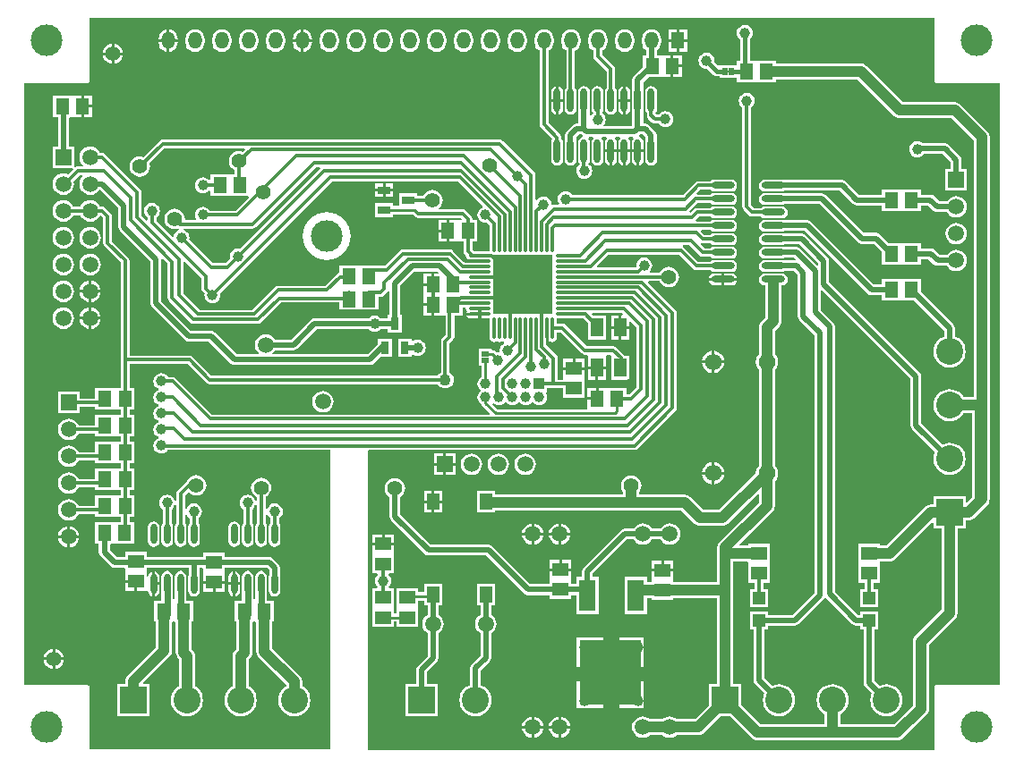
<source format=gtl>
G04 Layer_Physical_Order=1*
G04 Layer_Color=255*
%FSLAX23Y23*%
%MOIN*%
G70*
G01*
G75*
%ADD10R,0.051X0.059*%
%ADD11R,0.028X0.020*%
%ADD12R,0.059X0.051*%
%ADD13R,0.047X0.031*%
%ADD14R,0.047X0.071*%
%ADD15R,0.047X0.047*%
%ADD16R,0.047X0.060*%
%ADD17R,0.031X0.047*%
%ADD18O,0.024X0.075*%
%ADD19O,0.083X0.012*%
%ADD20O,0.012X0.083*%
%ADD21R,0.228X0.244*%
%ADD22R,0.063X0.118*%
%ADD23O,0.087X0.024*%
%ADD24O,0.024X0.087*%
%ADD25R,0.020X0.028*%
%ADD26C,0.012*%
%ADD27C,0.010*%
%ADD28C,0.020*%
%ADD29C,0.039*%
%ADD30C,0.024*%
%ADD31C,0.020*%
%ADD32C,0.016*%
%ADD33R,0.220X0.220*%
%ADD34R,0.325X0.055*%
%ADD35R,0.060X0.330*%
%ADD36R,0.012X0.006*%
%ADD37C,0.055*%
%ADD38C,0.059*%
%ADD39R,0.059X0.059*%
%ADD40C,0.062*%
%ADD41C,0.039*%
%ADD42R,0.039X0.039*%
%ADD43C,0.100*%
%ADD44R,0.100X0.100*%
%ADD45R,0.100X0.100*%
%ADD46C,0.059*%
%ADD47R,0.059X0.059*%
%ADD48O,0.051X0.063*%
%ADD49R,0.051X0.063*%
%ADD50C,0.118*%
%ADD51C,0.043*%
G36*
X-714Y804D02*
X-1014Y504D01*
X-1020Y505D01*
X-1028Y504D01*
X-1035Y501D01*
X-1041Y496D01*
X-1046Y490D01*
X-1049Y483D01*
X-1050Y475D01*
X-1049Y469D01*
X-1067Y451D01*
X-1113D01*
X-1201Y539D01*
X-1200Y545D01*
X-1201Y553D01*
X-1204Y560D01*
X-1209Y566D01*
X-1215Y571D01*
X-1222Y574D01*
X-1221Y579D01*
X-965D01*
X-959Y580D01*
X-954Y584D01*
X-728Y809D01*
X-716D01*
X-714Y804D01*
D02*
G37*
G36*
X1573Y1131D02*
X1574Y1127D01*
X1576Y1124D01*
X1579Y1121D01*
X1583Y1121D01*
X1816D01*
Y-1121D01*
X1583D01*
X1579Y-1121D01*
X1576Y-1124D01*
X1574Y-1127D01*
X1573Y-1131D01*
Y-1364D01*
X-536D01*
Y-300D01*
X-536Y-300D01*
Y-250D01*
X-534Y-247D01*
X457D01*
X463Y-246D01*
X468Y-242D01*
X610Y-100D01*
X614Y-95D01*
X615Y-89D01*
Y265D01*
X614Y271D01*
X610Y276D01*
X509Y378D01*
X511Y383D01*
X551D01*
X552Y380D01*
X558Y372D01*
X566Y366D01*
X575Y362D01*
X585Y361D01*
X595Y362D01*
X604Y366D01*
X612Y372D01*
X618Y380D01*
X622Y389D01*
X623Y399D01*
X622Y409D01*
X618Y418D01*
X612Y426D01*
X604Y432D01*
X595Y436D01*
X585Y437D01*
X575Y436D01*
X566Y432D01*
X558Y426D01*
X552Y418D01*
X551Y415D01*
X516D01*
X515Y417D01*
X515Y420D01*
X519Y426D01*
X522Y433D01*
X523Y441D01*
X522Y449D01*
X519Y456D01*
X514Y462D01*
X508Y467D01*
X501Y470D01*
X493Y471D01*
X485Y470D01*
X478Y467D01*
X472Y462D01*
X467Y456D01*
X464Y449D01*
X463Y441D01*
X463Y439D01*
X460Y435D01*
X319D01*
X317Y440D01*
X360Y482D01*
X623D01*
X676Y429D01*
X682Y425D01*
X688Y424D01*
X739D01*
X746Y419D01*
X754Y418D01*
X817D01*
X826Y419D01*
X833Y424D01*
X838Y431D01*
X839Y440D01*
X838Y449D01*
X833Y456D01*
X826Y461D01*
X817Y462D01*
X754D01*
X746Y461D01*
X739Y456D01*
X695D01*
X641Y509D01*
X638Y512D01*
X639Y517D01*
X660D01*
X699Y479D01*
X704Y475D01*
X710Y474D01*
X739D01*
X746Y469D01*
X754Y468D01*
X817D01*
X826Y469D01*
X833Y474D01*
X838Y481D01*
X839Y490D01*
X838Y499D01*
X833Y506D01*
X826Y511D01*
X817Y512D01*
X754D01*
X746Y511D01*
X739Y506D01*
X717D01*
X703Y520D01*
X705Y525D01*
X710Y524D01*
X739D01*
X746Y519D01*
X754Y518D01*
X817D01*
X826Y519D01*
X833Y524D01*
X838Y531D01*
X839Y540D01*
X838Y549D01*
X833Y556D01*
X826Y561D01*
X817Y562D01*
X754D01*
X746Y561D01*
X739Y556D01*
X717D01*
X704Y569D01*
X706Y574D01*
X739D01*
X746Y569D01*
X754Y568D01*
X817D01*
X826Y569D01*
X833Y574D01*
X838Y581D01*
X839Y590D01*
X838Y599D01*
X833Y606D01*
X826Y611D01*
X817Y612D01*
X754D01*
X746Y611D01*
X739Y606D01*
X686D01*
X684Y611D01*
X697Y624D01*
X739D01*
X746Y619D01*
X754Y618D01*
X817D01*
X826Y619D01*
X833Y624D01*
X838Y631D01*
X839Y640D01*
X838Y649D01*
X833Y656D01*
X826Y661D01*
X817Y662D01*
X754D01*
X746Y661D01*
X739Y656D01*
X690D01*
X684Y655D01*
X679Y651D01*
X665Y638D01*
X663Y638D01*
X662Y643D01*
X662Y644D01*
X692Y674D01*
X739D01*
X746Y669D01*
X754Y668D01*
X817D01*
X826Y669D01*
X833Y674D01*
X838Y681D01*
X839Y690D01*
X838Y699D01*
X833Y706D01*
X826Y711D01*
X817Y712D01*
X754D01*
X746Y711D01*
X739Y706D01*
X691D01*
X689Y711D01*
X702Y724D01*
X739D01*
X746Y719D01*
X754Y718D01*
X817D01*
X826Y719D01*
X833Y724D01*
X838Y731D01*
X839Y740D01*
X838Y749D01*
X833Y756D01*
X826Y761D01*
X817Y762D01*
X754D01*
X746Y761D01*
X739Y756D01*
X695D01*
X689Y755D01*
X684Y751D01*
X637Y705D01*
X226D01*
X222Y710D01*
X216Y715D01*
X209Y718D01*
X201Y719D01*
X193Y718D01*
X186Y715D01*
X180Y710D01*
X175Y704D01*
X172Y697D01*
X171Y689D01*
X172Y681D01*
X175Y674D01*
X176Y673D01*
X174Y668D01*
X157D01*
X153Y667D01*
X151Y668D01*
X148Y670D01*
X148Y671D01*
X147Y677D01*
X144Y684D01*
X139Y690D01*
X133Y695D01*
X126Y698D01*
X118Y699D01*
X110Y698D01*
X103Y695D01*
X97Y690D01*
X93Y685D01*
X88Y687D01*
Y779D01*
X87Y785D01*
X83Y790D01*
X-33Y906D01*
X-38Y910D01*
X-45Y911D01*
X-1300D01*
X-1306Y910D01*
X-1311Y906D01*
X-1372Y845D01*
X-1375Y847D01*
X-1385Y848D01*
X-1395Y847D01*
X-1404Y843D01*
X-1412Y837D01*
X-1418Y829D01*
X-1422Y820D01*
X-1423Y810D01*
X-1422Y800D01*
X-1418Y791D01*
X-1412Y783D01*
X-1404Y777D01*
X-1395Y773D01*
X-1385Y772D01*
X-1375Y773D01*
X-1366Y777D01*
X-1358Y783D01*
X-1352Y791D01*
X-1348Y800D01*
X-1347Y810D01*
X-1348Y820D01*
X-1350Y823D01*
X-1293Y879D01*
X-996D01*
X-994Y874D01*
X-1002Y865D01*
X-1005Y867D01*
X-1015Y868D01*
X-1025Y867D01*
X-1034Y863D01*
X-1042Y857D01*
X-1048Y849D01*
X-1052Y840D01*
X-1053Y830D01*
X-1052Y820D01*
X-1048Y811D01*
X-1042Y803D01*
X-1034Y797D01*
X-1031Y796D01*
Y783D01*
X-1035Y780D01*
X-1047D01*
X-1048Y780D01*
X-1052D01*
X-1053Y780D01*
X-1123D01*
Y762D01*
X-1128Y760D01*
X-1129Y761D01*
X-1135Y766D01*
X-1142Y769D01*
X-1150Y770D01*
X-1158Y769D01*
X-1165Y766D01*
X-1171Y761D01*
X-1176Y755D01*
X-1179Y748D01*
X-1180Y740D01*
X-1179Y732D01*
X-1176Y725D01*
X-1171Y719D01*
X-1165Y714D01*
X-1158Y711D01*
X-1150Y710D01*
X-1142Y711D01*
X-1135Y714D01*
X-1129Y719D01*
X-1128Y720D01*
X-1123Y718D01*
Y700D01*
X-1053D01*
X-1052Y700D01*
X-1048D01*
X-1047Y700D01*
X-981D01*
X-978Y695D01*
X-1028Y646D01*
X-1125D01*
X-1129Y651D01*
X-1135Y656D01*
X-1142Y659D01*
X-1150Y660D01*
X-1158Y659D01*
X-1165Y656D01*
X-1171Y651D01*
X-1176Y645D01*
X-1179Y638D01*
X-1180Y630D01*
X-1179Y622D01*
X-1176Y616D01*
X-1179Y611D01*
X-1214D01*
X-1217Y615D01*
X-1217Y615D01*
X-1218Y625D01*
X-1222Y634D01*
X-1228Y642D01*
X-1236Y648D01*
X-1245Y652D01*
X-1255Y653D01*
X-1265Y652D01*
X-1274Y648D01*
X-1282Y642D01*
X-1288Y634D01*
X-1292Y625D01*
X-1293Y615D01*
X-1292Y605D01*
X-1288Y596D01*
X-1282Y588D01*
X-1274Y582D01*
X-1265Y578D01*
X-1255Y577D01*
X-1245Y578D01*
X-1241Y580D01*
X-1238Y579D01*
X-1238Y577D01*
X-1239Y574D01*
X-1245Y571D01*
X-1251Y566D01*
X-1256Y560D01*
X-1259Y553D01*
X-1259Y549D01*
X-1265Y548D01*
X-1324Y607D01*
Y620D01*
X-1319Y624D01*
X-1314Y630D01*
X-1311Y637D01*
X-1310Y645D01*
X-1311Y653D01*
X-1314Y660D01*
X-1319Y666D01*
X-1325Y671D01*
X-1332Y674D01*
X-1340Y675D01*
X-1348Y674D01*
X-1355Y671D01*
X-1361Y666D01*
X-1366Y660D01*
X-1369Y653D01*
X-1370Y645D01*
X-1369Y637D01*
X-1366Y630D01*
X-1361Y624D01*
X-1356Y620D01*
Y611D01*
X-1361Y609D01*
X-1379Y627D01*
Y715D01*
X-1380Y721D01*
X-1384Y726D01*
X-1514Y856D01*
X-1519Y860D01*
X-1525Y861D01*
X-1534D01*
X-1535Y865D01*
X-1542Y873D01*
X-1550Y880D01*
X-1560Y884D01*
X-1570Y885D01*
X-1580Y884D01*
X-1590Y880D01*
X-1598Y873D01*
X-1605Y865D01*
X-1609Y855D01*
X-1610Y845D01*
X-1609Y835D01*
X-1605Y825D01*
X-1598Y817D01*
X-1597Y816D01*
X-1599Y811D01*
X-1615D01*
X-1621Y810D01*
X-1625Y807D01*
X-1629Y808D01*
X-1630Y810D01*
Y885D01*
X-1650D01*
Y992D01*
X-1646Y995D01*
X-1638D01*
X-1637Y995D01*
X-1633D01*
X-1632Y995D01*
X-1603D01*
Y1035D01*
Y1075D01*
X-1632D01*
X-1633Y1075D01*
X-1637D01*
X-1638Y1075D01*
X-1708D01*
Y995D01*
X-1690D01*
Y885D01*
X-1710D01*
Y805D01*
X-1635D01*
X-1632Y800D01*
X-1652Y781D01*
X-1660Y784D01*
X-1670Y785D01*
X-1680Y784D01*
X-1690Y780D01*
X-1698Y773D01*
X-1705Y765D01*
X-1709Y755D01*
X-1710Y745D01*
X-1709Y735D01*
X-1705Y725D01*
X-1698Y717D01*
X-1690Y710D01*
X-1680Y706D01*
X-1670Y705D01*
X-1660Y706D01*
X-1650Y710D01*
X-1642Y717D01*
X-1635Y725D01*
X-1631Y735D01*
X-1630Y745D01*
X-1631Y755D01*
X-1632Y756D01*
X-1608Y779D01*
X-1599D01*
X-1597Y774D01*
X-1598Y773D01*
X-1605Y765D01*
X-1609Y755D01*
X-1610Y745D01*
X-1609Y735D01*
X-1605Y725D01*
X-1598Y717D01*
X-1590Y710D01*
X-1580Y706D01*
X-1570Y705D01*
X-1560Y706D01*
X-1550Y710D01*
X-1542Y717D01*
X-1537Y723D01*
X-1531Y723D01*
X-1465Y657D01*
Y585D01*
X-1464Y577D01*
X-1459Y571D01*
X-1345Y457D01*
Y300D01*
X-1344Y292D01*
X-1339Y286D01*
X-1217Y164D01*
X-1211Y159D01*
X-1203Y158D01*
X-1128D01*
X-1046Y76D01*
X-1040Y71D01*
X-1032Y70D01*
X-528D01*
X-520Y71D01*
X-513Y76D01*
X-488Y101D01*
X-447D01*
Y168D01*
X-498D01*
Y148D01*
X-536Y110D01*
X-890D01*
X-891Y115D01*
X-888Y118D01*
X-882Y126D01*
X-814D01*
X-806Y127D01*
X-800Y132D01*
X-727Y205D01*
X-532D01*
X-531Y204D01*
X-525Y199D01*
X-518Y196D01*
X-510Y195D01*
X-502Y196D01*
X-495Y199D01*
X-489Y204D01*
X-488Y205D01*
X-461D01*
Y192D01*
X-409D01*
Y259D01*
X-415D01*
Y367D01*
X-362Y419D01*
X-278D01*
X-273Y414D01*
X-275Y410D01*
X-288D01*
Y370D01*
X-293D01*
Y365D01*
X-329D01*
Y330D01*
Y300D01*
X-293D01*
Y295D01*
X-288D01*
Y255D01*
X-258D01*
Y255D01*
X-254D01*
Y255D01*
X-247D01*
Y183D01*
X-259Y170D01*
X-263Y165D01*
X-264Y159D01*
Y42D01*
X-271Y38D01*
X-275Y31D01*
X-1118D01*
X-1189Y101D01*
X-1194Y105D01*
X-1200Y106D01*
X-1424D01*
Y460D01*
X-1425Y466D01*
X-1429Y472D01*
X-1489Y532D01*
Y625D01*
X-1490Y631D01*
X-1494Y636D01*
X-1514Y656D01*
X-1519Y660D01*
X-1525Y661D01*
X-1534D01*
X-1535Y665D01*
X-1542Y673D01*
X-1550Y680D01*
X-1560Y684D01*
X-1570Y685D01*
X-1580Y684D01*
X-1590Y680D01*
X-1598Y673D01*
X-1605Y665D01*
X-1606Y661D01*
X-1634D01*
X-1635Y665D01*
X-1642Y673D01*
X-1650Y680D01*
X-1660Y684D01*
X-1670Y685D01*
X-1680Y684D01*
X-1690Y680D01*
X-1698Y673D01*
X-1705Y665D01*
X-1709Y655D01*
X-1710Y645D01*
X-1709Y635D01*
X-1705Y625D01*
X-1698Y617D01*
X-1690Y610D01*
X-1680Y606D01*
X-1670Y605D01*
X-1660Y606D01*
X-1650Y610D01*
X-1642Y617D01*
X-1635Y625D01*
X-1634Y629D01*
X-1606D01*
X-1605Y625D01*
X-1598Y617D01*
X-1590Y610D01*
X-1580Y606D01*
X-1570Y605D01*
X-1560Y606D01*
X-1550Y610D01*
X-1542Y617D01*
X-1535Y625D01*
X-1535Y625D01*
X-1529Y627D01*
X-1521Y618D01*
Y525D01*
X-1520Y519D01*
X-1516Y514D01*
X-1456Y453D01*
Y90D01*
Y-12D01*
X-1460Y-15D01*
X-1474D01*
X-1476Y-15D01*
X-1479D01*
X-1481Y-15D01*
X-1551D01*
Y-54D01*
X-1610D01*
Y-30D01*
X-1690D01*
Y-110D01*
X-1610D01*
Y-86D01*
X-1551D01*
Y-95D01*
X-1481D01*
X-1479Y-95D01*
X-1476D01*
X-1474Y-95D01*
X-1456D01*
Y-112D01*
X-1460Y-115D01*
X-1474D01*
X-1476Y-115D01*
X-1479D01*
X-1481Y-115D01*
X-1551D01*
Y-154D01*
X-1614D01*
X-1615Y-150D01*
X-1622Y-142D01*
X-1630Y-135D01*
X-1640Y-131D01*
X-1650Y-130D01*
X-1660Y-131D01*
X-1670Y-135D01*
X-1678Y-142D01*
X-1685Y-150D01*
X-1689Y-160D01*
X-1690Y-170D01*
X-1689Y-180D01*
X-1685Y-190D01*
X-1678Y-198D01*
X-1670Y-205D01*
X-1660Y-209D01*
X-1650Y-210D01*
X-1640Y-209D01*
X-1630Y-205D01*
X-1622Y-198D01*
X-1615Y-190D01*
X-1614Y-186D01*
X-1551D01*
Y-195D01*
X-1481D01*
X-1479Y-195D01*
X-1476D01*
X-1474Y-195D01*
X-1456D01*
Y-212D01*
X-1460Y-215D01*
X-1474D01*
X-1476Y-215D01*
X-1479D01*
X-1481Y-215D01*
X-1551D01*
Y-254D01*
X-1614D01*
X-1615Y-250D01*
X-1622Y-242D01*
X-1630Y-235D01*
X-1640Y-231D01*
X-1650Y-230D01*
X-1660Y-231D01*
X-1670Y-235D01*
X-1678Y-242D01*
X-1685Y-250D01*
X-1689Y-260D01*
X-1690Y-270D01*
X-1689Y-280D01*
X-1685Y-290D01*
X-1678Y-298D01*
X-1670Y-305D01*
X-1660Y-309D01*
X-1650Y-310D01*
X-1640Y-309D01*
X-1630Y-305D01*
X-1622Y-298D01*
X-1615Y-290D01*
X-1614Y-286D01*
X-1551D01*
Y-295D01*
X-1481D01*
X-1479Y-295D01*
X-1476D01*
X-1474Y-295D01*
X-1456D01*
Y-312D01*
X-1460Y-315D01*
X-1474D01*
X-1476Y-315D01*
X-1479D01*
X-1481Y-315D01*
X-1551D01*
Y-354D01*
X-1614D01*
X-1615Y-350D01*
X-1622Y-342D01*
X-1630Y-335D01*
X-1640Y-331D01*
X-1650Y-330D01*
X-1660Y-331D01*
X-1670Y-335D01*
X-1678Y-342D01*
X-1685Y-350D01*
X-1689Y-360D01*
X-1690Y-370D01*
X-1689Y-380D01*
X-1685Y-390D01*
X-1678Y-398D01*
X-1670Y-405D01*
X-1660Y-409D01*
X-1650Y-410D01*
X-1640Y-409D01*
X-1630Y-405D01*
X-1622Y-398D01*
X-1615Y-390D01*
X-1614Y-386D01*
X-1551D01*
Y-395D01*
X-1481D01*
X-1479Y-395D01*
X-1476D01*
X-1474Y-395D01*
X-1456D01*
Y-412D01*
X-1460Y-415D01*
X-1474D01*
X-1476Y-415D01*
X-1479D01*
X-1481Y-415D01*
X-1551D01*
Y-454D01*
X-1614D01*
X-1615Y-450D01*
X-1622Y-442D01*
X-1630Y-435D01*
X-1640Y-431D01*
X-1650Y-430D01*
X-1660Y-431D01*
X-1670Y-435D01*
X-1678Y-442D01*
X-1685Y-450D01*
X-1689Y-460D01*
X-1690Y-470D01*
X-1689Y-480D01*
X-1685Y-490D01*
X-1678Y-498D01*
X-1670Y-505D01*
X-1660Y-509D01*
X-1650Y-510D01*
X-1640Y-509D01*
X-1630Y-505D01*
X-1622Y-498D01*
X-1615Y-490D01*
X-1614Y-486D01*
X-1551D01*
Y-495D01*
X-1481D01*
X-1479Y-495D01*
X-1476D01*
X-1474Y-495D01*
X-1456D01*
Y-512D01*
X-1460Y-515D01*
X-1477D01*
X-1478Y-515D01*
X-1482D01*
X-1483Y-515D01*
X-1553D01*
Y-595D01*
X-1538D01*
Y-628D01*
X-1536Y-635D01*
X-1532Y-642D01*
X-1494Y-680D01*
X-1488Y-684D01*
X-1480Y-686D01*
X-1443D01*
X-1440Y-689D01*
Y-697D01*
X-1440Y-698D01*
Y-702D01*
X-1440Y-703D01*
Y-732D01*
X-1400D01*
Y-737D01*
X-1395D01*
Y-773D01*
X-1360D01*
Y-773D01*
X-1355Y-773D01*
X-1354Y-779D01*
X-1349Y-786D01*
X-1342Y-791D01*
X-1339Y-792D01*
Y-745D01*
Y-698D01*
X-1342Y-699D01*
X-1349Y-704D01*
X-1354Y-711D01*
X-1355Y-718D01*
X-1360Y-717D01*
Y-703D01*
X-1360Y-702D01*
Y-698D01*
X-1360Y-697D01*
Y-686D01*
X-1204D01*
Y-711D01*
X-1204Y-711D01*
X-1206Y-720D01*
Y-771D01*
X-1204Y-779D01*
X-1199Y-786D01*
X-1192Y-791D01*
X-1184Y-793D01*
X-1175Y-791D01*
X-1168Y-786D01*
X-1163Y-779D01*
X-1161Y-771D01*
Y-720D01*
X-1163Y-711D01*
X-1163Y-711D01*
Y-686D01*
X-1152D01*
X-1148Y-689D01*
Y-699D01*
X-1148Y-701D01*
Y-704D01*
X-1148Y-706D01*
Y-735D01*
X-1069D01*
Y-706D01*
X-1069Y-704D01*
Y-701D01*
X-1069Y-699D01*
Y-686D01*
X-912D01*
X-904Y-693D01*
Y-711D01*
X-904Y-711D01*
X-906Y-720D01*
Y-771D01*
X-904Y-779D01*
X-899Y-786D01*
X-892Y-791D01*
X-884Y-793D01*
X-875Y-791D01*
X-868Y-786D01*
X-863Y-779D01*
X-861Y-771D01*
Y-720D01*
X-863Y-711D01*
X-863Y-711D01*
Y-685D01*
X-865Y-677D01*
X-869Y-671D01*
X-889Y-651D01*
X-896Y-646D01*
X-903Y-645D01*
X-1069D01*
Y-630D01*
X-1148D01*
Y-645D01*
X-1182D01*
X-1184Y-645D01*
X-1185Y-645D01*
X-1360D01*
Y-627D01*
X-1440D01*
Y-645D01*
X-1471D01*
X-1497Y-619D01*
Y-598D01*
X-1493Y-595D01*
X-1483D01*
X-1482Y-595D01*
X-1478D01*
X-1477Y-595D01*
X-1407D01*
Y-515D01*
X-1424D01*
Y-495D01*
X-1405D01*
Y-415D01*
X-1424D01*
Y-395D01*
X-1405D01*
Y-315D01*
X-1424D01*
Y-295D01*
X-1405D01*
Y-215D01*
X-1424D01*
Y-195D01*
X-1405D01*
Y-115D01*
X-1424D01*
Y-95D01*
X-1405D01*
Y-15D01*
X-1424D01*
Y74D01*
X-1207D01*
X-1136Y4D01*
X-1131Y0D01*
X-1125Y-1D01*
X-275D01*
X-271Y-8D01*
X-264Y-13D01*
X-256Y-16D01*
X-248Y-17D01*
X-240Y-16D01*
X-232Y-13D01*
X-225Y-8D01*
X-220Y-1D01*
X-217Y7D01*
X-216Y15D01*
X-217Y23D01*
X-220Y31D01*
X-225Y38D01*
X-232Y42D01*
Y152D01*
X-219Y165D01*
X-216Y170D01*
X-214Y176D01*
Y255D01*
X-183D01*
Y284D01*
X-174D01*
X-171Y281D01*
X-170Y275D01*
X-167Y271D01*
X-170Y267D01*
X-170Y266D01*
X-119D01*
Y261D01*
X-114D01*
Y245D01*
X-87D01*
X-83Y244D01*
X-82Y240D01*
Y173D01*
X-81Y166D01*
X-77Y161D01*
X-72Y158D01*
X-66Y156D01*
X-60Y158D01*
X-56Y160D01*
X-52Y158D01*
X-46Y156D01*
X-40Y158D01*
X-36Y160D01*
X-33Y158D01*
X-29Y157D01*
X-28Y152D01*
X-30Y151D01*
X-36Y146D01*
X-41Y140D01*
X-44Y133D01*
X-45Y125D01*
X-45Y122D01*
X-49Y118D01*
X-52Y118D01*
X-58Y117D01*
X-64Y123D01*
X-69Y126D01*
X-74Y127D01*
X-76D01*
Y132D01*
X-124D01*
Y92D01*
Y68D01*
X-113D01*
Y25D01*
X-119Y21D01*
X-124Y14D01*
X-127Y7D01*
X-128Y-0D01*
X-127Y-8D01*
X-124Y-15D01*
X-119Y-22D01*
X-117Y-23D01*
Y-28D01*
X-119Y-29D01*
X-124Y-36D01*
X-127Y-43D01*
X-128Y-50D01*
X-127Y-58D01*
X-124Y-65D01*
X-119Y-72D01*
X-113Y-76D01*
X-112Y-77D01*
X-112Y-78D01*
X-108Y-83D01*
X-82Y-109D01*
X-84Y-114D01*
X-1117D01*
X-1253Y21D01*
X-1258Y25D01*
X-1264Y26D01*
X-1280D01*
X-1284Y31D01*
X-1290Y36D01*
X-1297Y39D01*
X-1305Y40D01*
X-1313Y39D01*
X-1320Y36D01*
X-1326Y31D01*
X-1331Y25D01*
X-1334Y18D01*
X-1335Y10D01*
X-1334Y2D01*
X-1331Y-5D01*
X-1326Y-11D01*
X-1320Y-16D01*
X-1317Y-17D01*
Y-23D01*
X-1320Y-24D01*
X-1326Y-29D01*
X-1331Y-35D01*
X-1334Y-42D01*
X-1335Y-50D01*
X-1334Y-58D01*
X-1331Y-65D01*
X-1326Y-71D01*
X-1320Y-76D01*
X-1317Y-77D01*
Y-83D01*
X-1320Y-84D01*
X-1326Y-89D01*
X-1331Y-95D01*
X-1334Y-102D01*
X-1335Y-110D01*
X-1334Y-118D01*
X-1331Y-125D01*
X-1326Y-131D01*
X-1320Y-136D01*
X-1317Y-137D01*
Y-143D01*
X-1320Y-144D01*
X-1326Y-149D01*
X-1331Y-155D01*
X-1334Y-162D01*
X-1335Y-170D01*
X-1334Y-178D01*
X-1331Y-185D01*
X-1326Y-191D01*
X-1320Y-196D01*
X-1317Y-197D01*
Y-203D01*
X-1320Y-204D01*
X-1326Y-209D01*
X-1331Y-215D01*
X-1334Y-222D01*
X-1335Y-230D01*
X-1334Y-238D01*
X-1331Y-245D01*
X-1326Y-251D01*
X-1320Y-256D01*
X-1313Y-259D01*
X-1305Y-260D01*
X-1297Y-259D01*
X-1290Y-256D01*
X-1284Y-251D01*
X-1281Y-247D01*
X-677D01*
X-675Y-250D01*
Y-275D01*
X-675Y-276D01*
Y-1363D01*
X-1573D01*
Y-1131D01*
X-1574Y-1127D01*
X-1576Y-1124D01*
X-1579Y-1121D01*
X-1583Y-1121D01*
X-1815D01*
Y1121D01*
X-1583D01*
X-1579Y1121D01*
X-1576Y1124D01*
X-1574Y1127D01*
X-1573Y1131D01*
Y1363D01*
X1573D01*
Y1131D01*
D02*
G37*
G36*
X-109Y663D02*
X-110Y657D01*
X-113Y656D01*
X-120Y651D01*
X-124Y645D01*
X-127Y638D01*
X-128Y630D01*
X-127Y622D01*
X-124Y615D01*
X-120Y609D01*
X-113Y604D01*
X-106Y601D01*
X-98Y600D01*
X-92Y601D01*
X-82Y591D01*
Y566D01*
Y531D01*
Y499D01*
X-83Y495D01*
X-87Y494D01*
X-140D01*
X-147Y501D01*
Y531D01*
X-128D01*
Y610D01*
X-147D01*
Y616D01*
X-148Y622D01*
X-152Y628D01*
X-171Y646D01*
X-176Y650D01*
X-182Y651D01*
X-269D01*
X-271Y656D01*
X-268Y658D01*
X-262Y666D01*
X-258Y675D01*
X-257Y685D01*
X-258Y695D01*
X-262Y704D01*
X-268Y712D01*
X-276Y718D01*
X-285Y722D01*
X-295Y723D01*
X-305Y722D01*
X-314Y718D01*
X-322Y712D01*
X-328Y704D01*
X-329Y701D01*
X-351D01*
Y711D01*
X-418D01*
Y663D01*
X-442D01*
Y673D01*
X-509D01*
Y622D01*
X-442D01*
Y632D01*
X-369D01*
X-364Y627D01*
X-361Y624D01*
X-356Y620D01*
X-350Y619D01*
X-189D01*
X-185Y615D01*
X-187Y610D01*
X-198D01*
X-199Y610D01*
X-203D01*
X-204Y610D01*
X-233D01*
Y571D01*
Y531D01*
X-204D01*
X-203Y531D01*
X-199D01*
X-198Y531D01*
X-180D01*
Y494D01*
X-178Y488D01*
X-175Y483D01*
X-171Y478D01*
X-171Y478D01*
X-170Y472D01*
X-167Y468D01*
X-170Y464D01*
X-171Y458D01*
X-172Y456D01*
X-178Y456D01*
X-219Y496D01*
X-224Y500D01*
X-230Y501D01*
X-407D01*
X-413Y500D01*
X-418Y496D01*
X-474Y441D01*
X-533D01*
X-534Y441D01*
X-568D01*
Y441D01*
X-572D01*
Y441D01*
X-643D01*
Y413D01*
X-646Y413D01*
X-651Y409D01*
X-694Y366D01*
X-870D01*
X-876Y365D01*
X-881Y361D01*
X-967Y276D01*
X-1163D01*
X-1224Y337D01*
Y454D01*
X-1219Y456D01*
X-1156Y393D01*
Y356D01*
X-1155Y350D01*
X-1151Y345D01*
X-1144Y337D01*
X-1145Y331D01*
X-1144Y323D01*
X-1141Y316D01*
X-1136Y310D01*
X-1130Y305D01*
X-1123Y302D01*
X-1115Y301D01*
X-1107Y302D01*
X-1100Y305D01*
X-1094Y310D01*
X-1089Y316D01*
X-1086Y323D01*
X-1085Y331D01*
X-1086Y337D01*
X-669Y754D01*
X-199D01*
X-109Y663D01*
D02*
G37*
G36*
X414Y260D02*
X412Y255D01*
X408D01*
Y215D01*
X437D01*
Y230D01*
X442Y232D01*
X464Y210D01*
Y-13D01*
X438Y-39D01*
X428D01*
Y-15D01*
X358D01*
X357Y-15D01*
X353D01*
X352Y-15D01*
X323D01*
Y-55D01*
X318D01*
Y-60D01*
X282D01*
X282Y-95D01*
X277Y-95D01*
X-54D01*
X-73Y-75D01*
X-73Y-74D01*
X-72Y-74D01*
X-67Y-73D01*
X-63Y-76D01*
X-55Y-79D01*
X-48Y-80D01*
X-40Y-79D01*
X-33Y-76D01*
X-27Y-72D01*
X-25Y-70D01*
X-20D01*
X-19Y-72D01*
X-13Y-76D01*
X-5Y-79D01*
X2Y-80D01*
X10Y-79D01*
X17Y-76D01*
X23Y-72D01*
X25Y-70D01*
X30D01*
X31Y-72D01*
X37Y-76D01*
X45Y-79D01*
X52Y-80D01*
X60Y-79D01*
X67Y-76D01*
X73Y-72D01*
X75Y-70D01*
X80D01*
X81Y-72D01*
X87Y-76D01*
X95Y-79D01*
X102Y-80D01*
X110Y-79D01*
X117Y-76D01*
X123Y-72D01*
X128Y-65D01*
X131Y-58D01*
X132Y-50D01*
X131Y-43D01*
X128Y-36D01*
X128Y-35D01*
X130Y-30D01*
X132D01*
Y-17D01*
X192D01*
Y-53D01*
X272D01*
Y17D01*
X272Y18D01*
Y22D01*
X272Y23D01*
Y52D01*
X192D01*
Y23D01*
X192Y22D01*
Y18D01*
X190Y16D01*
X171D01*
Y95D01*
X170Y101D01*
X166Y107D01*
X127Y145D01*
Y154D01*
X131Y156D01*
X137Y158D01*
X141Y160D01*
X144Y158D01*
X151Y156D01*
X157Y158D01*
X162Y161D01*
X166Y166D01*
X167Y173D01*
Y192D01*
X182D01*
X261Y113D01*
X266Y110D01*
X272Y108D01*
X279D01*
X283Y106D01*
X283Y103D01*
Y65D01*
X350D01*
Y103D01*
X350Y106D01*
X354Y108D01*
X366D01*
X370Y106D01*
Y15D01*
X437D01*
Y106D01*
X420D01*
X417Y109D01*
X390Y136D01*
X385Y139D01*
X379Y141D01*
X279D01*
X200Y220D01*
X195Y223D01*
X189Y224D01*
X167D01*
Y240D01*
X168Y244D01*
X172Y245D01*
X267D01*
X283Y229D01*
Y164D01*
X350D01*
Y255D01*
X303D01*
X298Y260D01*
X300Y265D01*
X409D01*
X414Y260D01*
D02*
G37*
G36*
X-1281Y448D02*
Y320D01*
X-1280Y314D01*
X-1276Y309D01*
X-1196Y229D01*
X-1191Y225D01*
X-1185Y224D01*
X-945D01*
X-939Y225D01*
X-934Y229D01*
X-859Y303D01*
X-643D01*
Y277D01*
X-572D01*
Y277D01*
X-568D01*
Y277D01*
X-497D01*
Y324D01*
X-490D01*
X-484Y325D01*
X-479Y329D01*
X-464Y344D01*
X-460Y348D01*
X-460Y349D01*
X-455Y346D01*
Y259D01*
X-461D01*
Y245D01*
X-488D01*
X-489Y246D01*
X-495Y251D01*
X-502Y254D01*
X-510Y255D01*
X-518Y254D01*
X-525Y251D01*
X-531Y246D01*
X-532Y245D01*
X-735D01*
X-743Y244D01*
X-749Y239D01*
X-822Y166D01*
X-882D01*
X-888Y174D01*
X-896Y181D01*
X-906Y185D01*
X-916Y186D01*
X-926Y185D01*
X-936Y181D01*
X-944Y174D01*
X-951Y166D01*
X-955Y156D01*
X-956Y146D01*
X-955Y136D01*
X-951Y126D01*
X-944Y118D01*
X-941Y115D01*
X-943Y110D01*
X-1024D01*
X-1106Y192D01*
X-1112Y197D01*
X-1120Y198D01*
X-1195D01*
X-1305Y308D01*
Y465D01*
X-1304Y465D01*
X-1300Y467D01*
X-1281Y448D01*
D02*
G37*
%LPC*%
G36*
X745Y-338D02*
X709D01*
X710Y-344D01*
X714Y-354D01*
X721Y-362D01*
X729Y-369D01*
X739Y-373D01*
X745Y-374D01*
Y-338D01*
D02*
G37*
G36*
X791D02*
X755D01*
Y-374D01*
X761Y-373D01*
X771Y-369D01*
X779Y-362D01*
X786Y-354D01*
X790Y-344D01*
X791Y-338D01*
D02*
G37*
G36*
X-1175Y-340D02*
X-1185Y-341D01*
X-1194Y-345D01*
X-1202Y-351D01*
X-1208Y-359D01*
X-1210Y-364D01*
X-1214Y-367D01*
X-1245Y-398D01*
X-1249Y-403D01*
X-1250Y-409D01*
Y-434D01*
X-1255Y-435D01*
X-1258Y-428D01*
X-1262Y-421D01*
X-1269Y-417D01*
X-1276Y-414D01*
X-1284Y-413D01*
X-1291Y-414D01*
X-1299Y-417D01*
X-1305Y-421D01*
X-1310Y-428D01*
X-1313Y-435D01*
X-1314Y-443D01*
X-1313Y-450D01*
X-1310Y-458D01*
X-1305Y-464D01*
X-1300Y-468D01*
Y-520D01*
X-1304Y-526D01*
X-1306Y-535D01*
Y-586D01*
X-1304Y-594D01*
X-1299Y-601D01*
X-1292Y-606D01*
X-1284Y-608D01*
X-1275Y-606D01*
X-1268Y-601D01*
X-1263Y-594D01*
X-1261Y-586D01*
Y-535D01*
X-1263Y-526D01*
X-1267Y-520D01*
Y-468D01*
X-1262Y-464D01*
X-1258Y-458D01*
X-1255Y-450D01*
X-1250Y-451D01*
Y-520D01*
X-1254Y-526D01*
X-1256Y-535D01*
Y-586D01*
X-1254Y-594D01*
X-1249Y-601D01*
X-1242Y-606D01*
X-1234Y-608D01*
X-1225Y-606D01*
X-1218Y-601D01*
X-1213Y-594D01*
X-1211Y-586D01*
Y-535D01*
X-1213Y-526D01*
X-1217Y-520D01*
Y-484D01*
X-1213Y-484D01*
X-1210Y-491D01*
X-1205Y-497D01*
X-1200Y-501D01*
Y-520D01*
X-1204Y-526D01*
X-1206Y-535D01*
Y-586D01*
X-1204Y-594D01*
X-1199Y-601D01*
X-1192Y-606D01*
X-1184Y-608D01*
X-1175Y-606D01*
X-1168Y-601D01*
X-1163Y-594D01*
X-1161Y-586D01*
Y-535D01*
X-1163Y-526D01*
X-1167Y-520D01*
Y-501D01*
X-1162Y-497D01*
X-1158Y-491D01*
X-1155Y-484D01*
X-1154Y-476D01*
X-1155Y-468D01*
X-1158Y-461D01*
X-1162Y-455D01*
X-1169Y-450D01*
X-1176Y-447D01*
X-1184Y-446D01*
X-1191Y-447D01*
X-1199Y-450D01*
X-1205Y-455D01*
X-1210Y-461D01*
X-1213Y-468D01*
X-1217Y-467D01*
Y-416D01*
X-1206Y-405D01*
X-1202Y-405D01*
X-1194Y-411D01*
X-1185Y-415D01*
X-1175Y-416D01*
X-1165Y-415D01*
X-1156Y-411D01*
X-1148Y-405D01*
X-1142Y-397D01*
X-1138Y-388D01*
X-1137Y-378D01*
X-1138Y-368D01*
X-1142Y-359D01*
X-1148Y-351D01*
X-1156Y-345D01*
X-1165Y-341D01*
X-1175Y-340D01*
D02*
G37*
G36*
X-298Y-400D02*
X-327D01*
Y-435D01*
X-298D01*
Y-400D01*
D02*
G37*
G36*
X-260D02*
X-288D01*
Y-435D01*
X-260D01*
Y-400D01*
D02*
G37*
G36*
X-255Y-305D02*
X-290D01*
Y-340D01*
X-255D01*
Y-305D01*
D02*
G37*
G36*
X-210D02*
X-245D01*
Y-340D01*
X-210D01*
Y-305D01*
D02*
G37*
G36*
X50Y-260D02*
X40Y-261D01*
X30Y-265D01*
X22Y-272D01*
X15Y-280D01*
X11Y-290D01*
X10Y-300D01*
X11Y-310D01*
X15Y-320D01*
X22Y-328D01*
X30Y-335D01*
X40Y-339D01*
X50Y-340D01*
X60Y-339D01*
X70Y-335D01*
X78Y-328D01*
X85Y-320D01*
X89Y-310D01*
X90Y-300D01*
X89Y-290D01*
X85Y-280D01*
X78Y-272D01*
X70Y-265D01*
X60Y-261D01*
X50Y-260D01*
D02*
G37*
G36*
X-150D02*
X-160Y-261D01*
X-170Y-265D01*
X-178Y-272D01*
X-185Y-280D01*
X-189Y-290D01*
X-190Y-300D01*
X-189Y-310D01*
X-185Y-320D01*
X-178Y-328D01*
X-170Y-335D01*
X-160Y-339D01*
X-150Y-340D01*
X-140Y-339D01*
X-130Y-335D01*
X-122Y-328D01*
X-115Y-320D01*
X-111Y-310D01*
X-110Y-300D01*
X-111Y-290D01*
X-115Y-280D01*
X-122Y-272D01*
X-130Y-265D01*
X-140Y-261D01*
X-150Y-260D01*
D02*
G37*
G36*
X-50D02*
X-60Y-261D01*
X-70Y-265D01*
X-78Y-272D01*
X-85Y-280D01*
X-89Y-290D01*
X-90Y-300D01*
X-89Y-310D01*
X-85Y-320D01*
X-78Y-328D01*
X-70Y-335D01*
X-60Y-339D01*
X-50Y-340D01*
X-40Y-339D01*
X-30Y-335D01*
X-22Y-328D01*
X-15Y-320D01*
X-11Y-310D01*
X-10Y-300D01*
X-11Y-290D01*
X-15Y-280D01*
X-22Y-272D01*
X-30Y-265D01*
X-40Y-261D01*
X-50Y-260D01*
D02*
G37*
G36*
X-934Y-350D02*
X-943Y-351D01*
X-953Y-355D01*
X-960Y-361D01*
X-966Y-369D01*
X-970Y-378D01*
X-971Y-388D01*
X-970Y-397D01*
X-966Y-407D01*
X-960Y-414D01*
X-953Y-420D01*
X-950Y-422D01*
Y-434D01*
X-955Y-435D01*
X-958Y-428D01*
X-962Y-421D01*
X-969Y-417D01*
X-976Y-414D01*
X-984Y-413D01*
X-991Y-414D01*
X-999Y-417D01*
X-1005Y-421D01*
X-1010Y-428D01*
X-1013Y-435D01*
X-1014Y-443D01*
X-1013Y-450D01*
X-1010Y-458D01*
X-1005Y-464D01*
X-1000Y-468D01*
Y-520D01*
X-1004Y-526D01*
X-1006Y-535D01*
Y-586D01*
X-1004Y-594D01*
X-999Y-601D01*
X-992Y-606D01*
X-984Y-608D01*
X-975Y-606D01*
X-968Y-601D01*
X-963Y-594D01*
X-961Y-586D01*
Y-535D01*
X-963Y-526D01*
X-967Y-520D01*
Y-468D01*
X-962Y-464D01*
X-958Y-458D01*
X-955Y-450D01*
X-950Y-451D01*
Y-520D01*
X-954Y-526D01*
X-956Y-535D01*
Y-586D01*
X-954Y-594D01*
X-949Y-601D01*
X-942Y-606D01*
X-934Y-608D01*
X-925Y-606D01*
X-918Y-601D01*
X-913Y-594D01*
X-911Y-586D01*
Y-535D01*
X-913Y-526D01*
X-917Y-520D01*
Y-479D01*
X-912Y-479D01*
X-912Y-484D01*
X-909Y-491D01*
X-904Y-497D01*
X-900Y-500D01*
Y-520D01*
X-904Y-526D01*
X-906Y-535D01*
Y-586D01*
X-904Y-594D01*
X-899Y-601D01*
X-892Y-606D01*
X-884Y-608D01*
X-875Y-606D01*
X-868Y-601D01*
X-863Y-594D01*
X-861Y-586D01*
Y-535D01*
X-863Y-526D01*
X-867Y-520D01*
Y-501D01*
X-862Y-497D01*
X-857Y-491D01*
X-854Y-484D01*
X-853Y-476D01*
X-854Y-468D01*
X-857Y-461D01*
X-862Y-455D01*
X-868Y-450D01*
X-875Y-447D01*
X-883Y-446D01*
X-891Y-447D01*
X-898Y-450D01*
X-904Y-455D01*
X-909Y-461D01*
X-912Y-468D01*
X-912Y-473D01*
X-917Y-472D01*
Y-422D01*
X-915Y-420D01*
X-907Y-414D01*
X-901Y-407D01*
X-897Y-397D01*
X-896Y-388D01*
X-897Y-378D01*
X-901Y-369D01*
X-907Y-361D01*
X-915Y-355D01*
X-924Y-351D01*
X-934Y-350D01*
D02*
G37*
G36*
X-1645Y-531D02*
Y-565D01*
X-1611D01*
X-1611Y-560D01*
X-1615Y-550D01*
X-1622Y-542D01*
X-1630Y-535D01*
X-1640Y-531D01*
X-1645Y-531D01*
D02*
G37*
G36*
X73Y-521D02*
X68Y-521D01*
X58Y-525D01*
X50Y-532D01*
X43Y-540D01*
X39Y-550D01*
X39Y-555D01*
X73D01*
Y-521D01*
D02*
G37*
G36*
X-1655Y-531D02*
X-1660Y-531D01*
X-1670Y-535D01*
X-1678Y-542D01*
X-1685Y-550D01*
X-1689Y-560D01*
X-1689Y-565D01*
X-1655D01*
Y-531D01*
D02*
G37*
G36*
X-484Y-561D02*
X-519D01*
Y-592D01*
X-484D01*
Y-561D01*
D02*
G37*
G36*
X-439D02*
X-474D01*
Y-592D01*
X-439D01*
Y-561D01*
D02*
G37*
G36*
X-298Y-445D02*
X-327D01*
Y-480D01*
X-298D01*
Y-445D01*
D02*
G37*
G36*
X-260D02*
X-288D01*
Y-480D01*
X-260D01*
Y-445D01*
D02*
G37*
G36*
X183Y-521D02*
Y-555D01*
X217D01*
X217Y-550D01*
X213Y-540D01*
X206Y-532D01*
X198Y-525D01*
X188Y-521D01*
X183Y-521D01*
D02*
G37*
G36*
X83D02*
Y-555D01*
X117D01*
X117Y-550D01*
X113Y-540D01*
X106Y-532D01*
X98Y-525D01*
X88Y-521D01*
X83Y-521D01*
D02*
G37*
G36*
X173D02*
X168Y-521D01*
X158Y-525D01*
X150Y-532D01*
X143Y-540D01*
X139Y-550D01*
X139Y-555D01*
X173D01*
Y-521D01*
D02*
G37*
G36*
X755Y123D02*
Y87D01*
X791D01*
X790Y93D01*
X786Y103D01*
X779Y111D01*
X771Y118D01*
X761Y122D01*
X755Y123D01*
D02*
G37*
G36*
X-372Y168D02*
X-423D01*
Y101D01*
X-372D01*
Y108D01*
X-367Y111D01*
X-365Y109D01*
X-358Y106D01*
X-350Y105D01*
X-342Y106D01*
X-335Y109D01*
X-329Y114D01*
X-324Y120D01*
X-321Y127D01*
X-320Y135D01*
X-321Y143D01*
X-324Y150D01*
X-329Y156D01*
X-335Y161D01*
X-342Y164D01*
X-350Y165D01*
X-358Y164D01*
X-365Y161D01*
X-367Y159D01*
X-372Y162D01*
Y168D01*
D02*
G37*
G36*
X745Y123D02*
X739Y122D01*
X729Y118D01*
X721Y111D01*
X714Y103D01*
X710Y93D01*
X709Y87D01*
X745D01*
Y123D01*
D02*
G37*
G36*
X227Y93D02*
X192D01*
Y62D01*
X227D01*
Y93D01*
D02*
G37*
G36*
X272D02*
X237D01*
Y62D01*
X272D01*
Y93D01*
D02*
G37*
G36*
X-1670Y285D02*
X-1680Y284D01*
X-1690Y280D01*
X-1698Y273D01*
X-1705Y265D01*
X-1709Y255D01*
X-1710Y245D01*
X-1709Y235D01*
X-1705Y225D01*
X-1698Y217D01*
X-1690Y210D01*
X-1680Y206D01*
X-1670Y205D01*
X-1660Y206D01*
X-1650Y210D01*
X-1642Y217D01*
X-1635Y225D01*
X-1631Y235D01*
X-1630Y245D01*
X-1631Y255D01*
X-1635Y265D01*
X-1642Y273D01*
X-1650Y280D01*
X-1660Y284D01*
X-1670Y285D01*
D02*
G37*
G36*
X-1575Y240D02*
X-1609D01*
X-1609Y235D01*
X-1605Y225D01*
X-1598Y217D01*
X-1590Y210D01*
X-1580Y206D01*
X-1575Y206D01*
Y240D01*
D02*
G37*
G36*
X437Y205D02*
X408D01*
Y164D01*
X437D01*
Y205D01*
D02*
G37*
G36*
X654Y1321D02*
X624D01*
Y1285D01*
X654D01*
Y1321D01*
D02*
G37*
G36*
X398Y205D02*
X370D01*
Y164D01*
X398D01*
Y205D01*
D02*
G37*
G36*
X1006Y612D02*
X943D01*
X934Y611D01*
X927Y606D01*
X922Y599D01*
X921Y590D01*
X922Y581D01*
X927Y574D01*
X934Y569D01*
X943Y568D01*
X1006D01*
X1014Y569D01*
X1015Y570D01*
X1092D01*
X1326Y336D01*
X1332Y331D01*
X1340Y330D01*
X1377D01*
Y310D01*
X1447D01*
X1448Y310D01*
X1452D01*
X1453Y310D01*
X1498D01*
X1610Y199D01*
Y177D01*
X1607Y176D01*
X1597Y170D01*
X1587Y163D01*
X1580Y153D01*
X1574Y143D01*
X1571Y132D01*
X1570Y120D01*
X1571Y108D01*
X1574Y97D01*
X1580Y87D01*
X1587Y77D01*
X1597Y70D01*
X1607Y64D01*
X1618Y61D01*
X1630Y60D01*
X1642Y61D01*
X1653Y64D01*
X1663Y70D01*
X1673Y77D01*
X1680Y87D01*
X1686Y97D01*
X1689Y108D01*
X1690Y120D01*
X1689Y132D01*
X1686Y143D01*
X1680Y153D01*
X1673Y163D01*
X1663Y170D01*
X1653Y176D01*
X1650Y177D01*
Y207D01*
X1649Y215D01*
X1644Y222D01*
X1523Y343D01*
Y390D01*
X1453D01*
X1452Y390D01*
X1448D01*
X1447Y390D01*
X1377D01*
Y370D01*
X1348D01*
X1114Y604D01*
X1108Y609D01*
X1100Y610D01*
X1015D01*
X1014Y611D01*
X1006Y612D01*
D02*
G37*
G36*
X-210Y-260D02*
X-245D01*
Y-295D01*
X-210D01*
Y-260D01*
D02*
G37*
G36*
X-704Y-26D02*
X-714Y-28D01*
X-724Y-32D01*
X-732Y-38D01*
X-738Y-46D01*
X-742Y-56D01*
X-744Y-66D01*
X-742Y-76D01*
X-738Y-86D01*
X-732Y-94D01*
X-724Y-101D01*
X-714Y-105D01*
X-704Y-106D01*
X-694Y-105D01*
X-684Y-101D01*
X-676Y-94D01*
X-669Y-86D01*
X-665Y-76D01*
X-664Y-66D01*
X-665Y-56D01*
X-669Y-46D01*
X-676Y-38D01*
X-684Y-32D01*
X-694Y-28D01*
X-704Y-26D01*
D02*
G37*
G36*
X-255Y-260D02*
X-290D01*
Y-295D01*
X-255D01*
Y-260D01*
D02*
G37*
G36*
X745Y-292D02*
X739Y-293D01*
X729Y-297D01*
X721Y-304D01*
X714Y-312D01*
X710Y-322D01*
X709Y-328D01*
X745D01*
Y-292D01*
D02*
G37*
G36*
X755D02*
Y-328D01*
X791D01*
X790Y-322D01*
X786Y-312D01*
X779Y-304D01*
X771Y-297D01*
X761Y-293D01*
X755Y-292D01*
D02*
G37*
G36*
X745Y77D02*
X709D01*
X710Y71D01*
X714Y61D01*
X721Y53D01*
X729Y46D01*
X739Y42D01*
X745Y41D01*
Y77D01*
D02*
G37*
G36*
X791D02*
X755D01*
Y41D01*
X761Y42D01*
X771Y46D01*
X779Y53D01*
X786Y61D01*
X790Y71D01*
X791Y77D01*
D02*
G37*
G36*
X350Y55D02*
X322D01*
Y15D01*
X350D01*
Y55D01*
D02*
G37*
G36*
X313Y-15D02*
X282D01*
Y-50D01*
X313D01*
Y-15D01*
D02*
G37*
G36*
X312Y55D02*
X283D01*
Y15D01*
X312D01*
Y55D01*
D02*
G37*
G36*
X-1710Y-1030D02*
X-1742D01*
X-1742Y-1035D01*
X-1738Y-1044D01*
X-1732Y-1052D01*
X-1724Y-1058D01*
X-1715Y-1062D01*
X-1710Y-1062D01*
Y-1030D01*
D02*
G37*
G36*
X-1668D02*
X-1700D01*
Y-1062D01*
X-1695Y-1062D01*
X-1686Y-1058D01*
X-1678Y-1052D01*
X-1672Y-1044D01*
X-1668Y-1035D01*
X-1668Y-1030D01*
D02*
G37*
G36*
X490Y-944D02*
X371D01*
Y-1071D01*
X490D01*
Y-944D01*
D02*
G37*
G36*
Y-1081D02*
X371D01*
Y-1208D01*
X490D01*
Y-1081D01*
D02*
G37*
G36*
X361Y-944D02*
X242D01*
Y-1071D01*
X361D01*
Y-944D01*
D02*
G37*
G36*
X-934Y-697D02*
X-942Y-699D01*
X-949Y-704D01*
X-954Y-711D01*
X-956Y-720D01*
Y-745D01*
Y-771D01*
Y-802D01*
X-959Y-803D01*
X-961Y-802D01*
Y-745D01*
Y-720D01*
X-963Y-711D01*
X-968Y-704D01*
X-975Y-699D01*
X-984Y-697D01*
X-992Y-699D01*
X-999Y-704D01*
X-1004Y-711D01*
X-1006Y-720D01*
Y-745D01*
Y-771D01*
Y-808D01*
X-1032D01*
Y-887D01*
X-1026D01*
Y-990D01*
X-1030Y-994D01*
X-1035Y-1000D01*
X-1038Y-1007D01*
X-1039Y-1015D01*
Y-1127D01*
X-1038Y-1127D01*
X-1043Y-1130D01*
X-1053Y-1137D01*
X-1060Y-1147D01*
X-1066Y-1157D01*
X-1069Y-1168D01*
X-1070Y-1180D01*
X-1069Y-1192D01*
X-1066Y-1203D01*
X-1060Y-1213D01*
X-1053Y-1223D01*
X-1043Y-1230D01*
X-1033Y-1236D01*
X-1022Y-1239D01*
X-1010Y-1240D01*
X-998Y-1239D01*
X-987Y-1236D01*
X-977Y-1230D01*
X-967Y-1223D01*
X-960Y-1213D01*
X-954Y-1203D01*
X-951Y-1192D01*
X-950Y-1180D01*
X-951Y-1168D01*
X-954Y-1157D01*
X-960Y-1147D01*
X-967Y-1137D01*
X-977Y-1130D01*
X-979Y-1129D01*
X-979Y-1127D01*
Y-1027D01*
X-975Y-1024D01*
X-970Y-1017D01*
X-969Y-1014D01*
X-967Y-1010D01*
X-966Y-1002D01*
Y-891D01*
X-963Y-887D01*
X-956Y-887D01*
X-951Y-889D01*
Y-999D01*
X-950Y-1007D01*
X-947Y-1014D01*
X-942Y-1020D01*
X-840Y-1122D01*
Y-1128D01*
X-843Y-1130D01*
X-853Y-1137D01*
X-860Y-1147D01*
X-866Y-1157D01*
X-869Y-1168D01*
X-870Y-1180D01*
X-869Y-1192D01*
X-866Y-1203D01*
X-860Y-1213D01*
X-853Y-1223D01*
X-843Y-1230D01*
X-833Y-1236D01*
X-822Y-1239D01*
X-810Y-1240D01*
X-798Y-1239D01*
X-787Y-1236D01*
X-777Y-1230D01*
X-767Y-1223D01*
X-760Y-1213D01*
X-754Y-1203D01*
X-751Y-1192D01*
X-750Y-1180D01*
X-751Y-1168D01*
X-754Y-1157D01*
X-760Y-1147D01*
X-767Y-1137D01*
X-777Y-1130D01*
X-780Y-1128D01*
Y-1110D01*
X-781Y-1102D01*
X-784Y-1095D01*
X-789Y-1089D01*
X-891Y-986D01*
Y-887D01*
X-886D01*
Y-808D01*
X-911D01*
Y-745D01*
Y-720D01*
X-913Y-711D01*
X-918Y-704D01*
X-925Y-699D01*
X-934Y-697D01*
D02*
G37*
G36*
X-1311Y-750D02*
X-1329D01*
Y-792D01*
X-1325Y-791D01*
X-1318Y-786D01*
X-1313Y-779D01*
X-1311Y-771D01*
Y-750D01*
D02*
G37*
G36*
X-1234Y-697D02*
X-1242Y-699D01*
X-1249Y-704D01*
X-1254Y-711D01*
X-1256Y-720D01*
Y-745D01*
Y-771D01*
Y-802D01*
X-1259Y-803D01*
X-1261Y-802D01*
Y-745D01*
Y-720D01*
X-1263Y-711D01*
X-1268Y-704D01*
X-1275Y-699D01*
X-1284Y-697D01*
X-1292Y-699D01*
X-1299Y-704D01*
X-1304Y-711D01*
X-1306Y-720D01*
Y-745D01*
Y-771D01*
Y-808D01*
X-1332D01*
Y-887D01*
X-1326D01*
Y-984D01*
X-1431Y-1089D01*
X-1436Y-1095D01*
X-1439Y-1102D01*
X-1440Y-1110D01*
Y-1120D01*
X-1470D01*
Y-1240D01*
X-1350D01*
Y-1120D01*
X-1371D01*
X-1373Y-1115D01*
X-1275Y-1017D01*
X-1270Y-1011D01*
X-1269Y-1008D01*
X-1267Y-1004D01*
X-1266Y-996D01*
Y-891D01*
X-1263Y-887D01*
X-1256Y-887D01*
X-1251Y-889D01*
Y-1002D01*
X-1250Y-1010D01*
X-1247Y-1017D01*
X-1242Y-1024D01*
X-1239Y-1027D01*
Y-1127D01*
X-1243Y-1130D01*
X-1253Y-1137D01*
X-1260Y-1147D01*
X-1266Y-1157D01*
X-1269Y-1168D01*
X-1270Y-1180D01*
X-1269Y-1192D01*
X-1266Y-1203D01*
X-1260Y-1213D01*
X-1253Y-1223D01*
X-1243Y-1230D01*
X-1233Y-1236D01*
X-1222Y-1239D01*
X-1210Y-1240D01*
X-1198Y-1239D01*
X-1187Y-1236D01*
X-1177Y-1230D01*
X-1167Y-1223D01*
X-1160Y-1213D01*
X-1154Y-1203D01*
X-1151Y-1192D01*
X-1150Y-1180D01*
X-1151Y-1168D01*
X-1154Y-1157D01*
X-1160Y-1147D01*
X-1167Y-1137D01*
X-1177Y-1130D01*
X-1179Y-1129D01*
Y-1015D01*
X-1180Y-1007D01*
X-1181Y-1003D01*
X-1183Y-1000D01*
X-1187Y-994D01*
X-1191Y-990D01*
Y-887D01*
X-1186D01*
Y-808D01*
X-1211D01*
Y-745D01*
Y-720D01*
X-1213Y-711D01*
X-1218Y-704D01*
X-1225Y-699D01*
X-1234Y-697D01*
D02*
G37*
G36*
X-1710Y-988D02*
X-1715Y-988D01*
X-1724Y-992D01*
X-1732Y-998D01*
X-1738Y-1006D01*
X-1742Y-1015D01*
X-1742Y-1020D01*
X-1710D01*
Y-988D01*
D02*
G37*
G36*
X-1700D02*
Y-1020D01*
X-1668D01*
X-1668Y-1015D01*
X-1672Y-1006D01*
X-1678Y-998D01*
X-1686Y-992D01*
X-1695Y-988D01*
X-1700Y-988D01*
D02*
G37*
G36*
X361Y-1081D02*
X242D01*
Y-1208D01*
X361D01*
Y-1081D01*
D02*
G37*
G36*
X217Y-1285D02*
X183D01*
Y-1319D01*
X188Y-1319D01*
X198Y-1315D01*
X206Y-1308D01*
X213Y-1300D01*
X217Y-1290D01*
X217Y-1285D01*
D02*
G37*
G36*
X73Y-1241D02*
X68Y-1241D01*
X58Y-1245D01*
X50Y-1252D01*
X43Y-1260D01*
X39Y-1270D01*
X39Y-1275D01*
X73D01*
Y-1241D01*
D02*
G37*
G36*
X173Y-1285D02*
X139D01*
X139Y-1290D01*
X143Y-1300D01*
X150Y-1308D01*
X158Y-1315D01*
X168Y-1319D01*
X173Y-1319D01*
Y-1285D01*
D02*
G37*
G36*
X73D02*
X39D01*
X39Y-1290D01*
X43Y-1300D01*
X50Y-1308D01*
X58Y-1315D01*
X68Y-1319D01*
X73Y-1319D01*
Y-1285D01*
D02*
G37*
G36*
X117D02*
X83D01*
Y-1319D01*
X88Y-1319D01*
X98Y-1315D01*
X106Y-1308D01*
X113Y-1300D01*
X117Y-1290D01*
X117Y-1285D01*
D02*
G37*
G36*
X-63Y-744D02*
X-130D01*
Y-824D01*
X-117D01*
Y-861D01*
X-125Y-867D01*
X-131Y-875D01*
X-135Y-885D01*
X-136Y-895D01*
X-135Y-905D01*
X-131Y-915D01*
X-125Y-923D01*
X-117Y-929D01*
Y-1013D01*
X-149Y-1046D01*
X-154Y-1052D01*
X-155Y-1060D01*
Y-1123D01*
X-158Y-1124D01*
X-168Y-1130D01*
X-178Y-1137D01*
X-185Y-1147D01*
X-191Y-1157D01*
X-194Y-1168D01*
X-195Y-1180D01*
X-194Y-1192D01*
X-191Y-1203D01*
X-185Y-1213D01*
X-178Y-1223D01*
X-168Y-1230D01*
X-158Y-1236D01*
X-147Y-1239D01*
X-135Y-1240D01*
X-123Y-1239D01*
X-112Y-1236D01*
X-102Y-1230D01*
X-92Y-1223D01*
X-85Y-1213D01*
X-79Y-1203D01*
X-76Y-1192D01*
X-75Y-1180D01*
X-76Y-1168D01*
X-79Y-1157D01*
X-85Y-1147D01*
X-92Y-1137D01*
X-102Y-1130D01*
X-112Y-1124D01*
X-115Y-1123D01*
Y-1068D01*
X-82Y-1036D01*
X-78Y-1029D01*
X-76Y-1022D01*
Y-929D01*
X-68Y-923D01*
X-62Y-915D01*
X-58Y-905D01*
X-57Y-895D01*
X-58Y-885D01*
X-62Y-875D01*
X-68Y-867D01*
X-76Y-861D01*
Y-824D01*
X-63D01*
Y-744D01*
D02*
G37*
G36*
X-439Y-602D02*
X-519D01*
Y-631D01*
X-519Y-632D01*
Y-636D01*
X-519Y-637D01*
Y-707D01*
X-501D01*
X-499Y-712D01*
X-500Y-713D01*
X-505Y-719D01*
X-508Y-726D01*
X-509Y-734D01*
X-508Y-742D01*
X-505Y-749D01*
X-500Y-755D01*
X-499Y-756D01*
X-501Y-761D01*
X-519D01*
Y-831D01*
X-519Y-832D01*
Y-836D01*
X-519Y-837D01*
Y-907D01*
X-439D01*
Y-887D01*
X-429D01*
Y-907D01*
X-349D01*
Y-837D01*
X-349Y-836D01*
Y-832D01*
X-349Y-831D01*
Y-808D01*
X-327D01*
Y-824D01*
X-314D01*
Y-861D01*
X-322Y-867D01*
X-328Y-875D01*
X-332Y-885D01*
X-333Y-895D01*
X-332Y-905D01*
X-328Y-915D01*
X-322Y-923D01*
X-314Y-929D01*
Y-1015D01*
X-349Y-1051D01*
X-354Y-1057D01*
X-355Y-1065D01*
Y-1120D01*
X-395D01*
Y-1240D01*
X-275D01*
Y-1120D01*
X-315D01*
Y-1073D01*
X-279Y-1038D01*
X-279Y-1038D01*
X-275Y-1031D01*
X-273Y-1023D01*
Y-929D01*
X-265Y-923D01*
X-259Y-915D01*
X-255Y-905D01*
X-254Y-895D01*
X-255Y-885D01*
X-259Y-875D01*
X-265Y-867D01*
X-273Y-861D01*
Y-824D01*
X-260D01*
Y-744D01*
X-327D01*
Y-777D01*
X-349D01*
Y-761D01*
X-429D01*
Y-831D01*
X-429Y-832D01*
Y-836D01*
X-429Y-837D01*
Y-856D01*
X-436D01*
X-439Y-853D01*
Y-837D01*
X-439Y-836D01*
Y-832D01*
X-439Y-831D01*
Y-761D01*
X-457D01*
X-459Y-756D01*
X-458Y-755D01*
X-453Y-749D01*
X-450Y-742D01*
X-449Y-734D01*
X-450Y-726D01*
X-453Y-719D01*
X-458Y-713D01*
X-459Y-712D01*
X-457Y-707D01*
X-439D01*
Y-637D01*
X-439Y-636D01*
Y-632D01*
X-439Y-631D01*
Y-602D01*
D02*
G37*
G36*
X183Y-1241D02*
Y-1275D01*
X217D01*
X217Y-1270D01*
X213Y-1260D01*
X206Y-1252D01*
X198Y-1245D01*
X188Y-1241D01*
X183Y-1241D01*
D02*
G37*
G36*
X83D02*
Y-1275D01*
X117D01*
X117Y-1270D01*
X113Y-1260D01*
X106Y-1252D01*
X98Y-1245D01*
X88Y-1241D01*
X83Y-1241D01*
D02*
G37*
G36*
X173D02*
X168Y-1241D01*
X158Y-1245D01*
X150Y-1252D01*
X143Y-1260D01*
X139Y-1270D01*
X139Y-1275D01*
X173D01*
Y-1241D01*
D02*
G37*
G36*
X-1334Y-512D02*
X-1342Y-514D01*
X-1349Y-519D01*
X-1354Y-526D01*
X-1356Y-535D01*
Y-586D01*
X-1354Y-594D01*
X-1349Y-601D01*
X-1342Y-606D01*
X-1334Y-608D01*
X-1325Y-606D01*
X-1318Y-601D01*
X-1313Y-594D01*
X-1311Y-586D01*
Y-535D01*
X-1313Y-526D01*
X-1318Y-519D01*
X-1325Y-514D01*
X-1334Y-512D01*
D02*
G37*
G36*
X-1034D02*
X-1042Y-514D01*
X-1049Y-519D01*
X-1054Y-526D01*
X-1056Y-535D01*
Y-586D01*
X-1054Y-594D01*
X-1049Y-601D01*
X-1042Y-606D01*
X-1034Y-608D01*
X-1025Y-606D01*
X-1018Y-601D01*
X-1013Y-594D01*
X-1011Y-586D01*
Y-535D01*
X-1013Y-526D01*
X-1018Y-519D01*
X-1025Y-514D01*
X-1034Y-512D01*
D02*
G37*
G36*
X-1611Y-575D02*
X-1645D01*
Y-609D01*
X-1640Y-609D01*
X-1630Y-605D01*
X-1622Y-598D01*
X-1615Y-590D01*
X-1611Y-580D01*
X-1611Y-575D01*
D02*
G37*
G36*
X221Y-657D02*
X186D01*
Y-688D01*
X221D01*
Y-657D01*
D02*
G37*
G36*
X-1655Y-575D02*
X-1689D01*
X-1689Y-580D01*
X-1685Y-590D01*
X-1678Y-598D01*
X-1670Y-605D01*
X-1660Y-609D01*
X-1655Y-609D01*
Y-575D01*
D02*
G37*
G36*
X173Y-565D02*
X139D01*
X139Y-570D01*
X143Y-580D01*
X150Y-588D01*
X158Y-595D01*
X168Y-599D01*
X173Y-599D01*
Y-565D01*
D02*
G37*
G36*
X217D02*
X183D01*
Y-599D01*
X188Y-599D01*
X198Y-595D01*
X206Y-588D01*
X213Y-580D01*
X217Y-570D01*
X217Y-565D01*
D02*
G37*
G36*
X117D02*
X83D01*
Y-599D01*
X88Y-599D01*
X98Y-595D01*
X106Y-588D01*
X113Y-580D01*
X117Y-570D01*
X117Y-565D01*
D02*
G37*
G36*
X-435Y-352D02*
X-445Y-353D01*
X-454Y-357D01*
X-462Y-363D01*
X-468Y-371D01*
X-472Y-380D01*
X-473Y-390D01*
X-472Y-400D01*
X-468Y-409D01*
X-462Y-417D01*
X-455Y-422D01*
Y-495D01*
X-454Y-503D01*
X-449Y-509D01*
X-324Y-634D01*
X-318Y-639D01*
X-310Y-640D01*
X-96D01*
X46Y-782D01*
X52Y-786D01*
X60Y-788D01*
X142D01*
Y-803D01*
X221D01*
Y-788D01*
X240D01*
Y-858D01*
X323D01*
Y-720D01*
X302D01*
Y-707D01*
X428Y-580D01*
X454D01*
X460Y-588D01*
X468Y-595D01*
X478Y-599D01*
X488Y-600D01*
X498Y-599D01*
X508Y-595D01*
X516Y-588D01*
X522Y-580D01*
X554D01*
X560Y-588D01*
X568Y-595D01*
X578Y-599D01*
X588Y-600D01*
X598Y-599D01*
X608Y-595D01*
X616Y-588D01*
X623Y-580D01*
X627Y-570D01*
X628Y-560D01*
X627Y-550D01*
X623Y-540D01*
X616Y-532D01*
X608Y-525D01*
X598Y-521D01*
X588Y-520D01*
X578Y-521D01*
X568Y-525D01*
X560Y-532D01*
X554Y-540D01*
X522D01*
X516Y-532D01*
X508Y-525D01*
X498Y-521D01*
X488Y-520D01*
X478Y-521D01*
X468Y-525D01*
X460Y-532D01*
X454Y-540D01*
X420D01*
X412Y-541D01*
X406Y-546D01*
X267Y-684D01*
X263Y-691D01*
X261Y-699D01*
Y-720D01*
X240D01*
Y-747D01*
X224D01*
X221Y-744D01*
Y-733D01*
X221Y-732D01*
Y-728D01*
X221Y-727D01*
Y-698D01*
X142D01*
Y-727D01*
X142Y-728D01*
Y-732D01*
X142Y-733D01*
Y-747D01*
X68D01*
X-73Y-606D01*
X-80Y-601D01*
X-87Y-600D01*
X-302D01*
X-415Y-487D01*
Y-422D01*
X-408Y-417D01*
X-402Y-409D01*
X-398Y-400D01*
X-397Y-390D01*
X-398Y-380D01*
X-402Y-371D01*
X-408Y-363D01*
X-416Y-357D01*
X-425Y-353D01*
X-435Y-352D01*
D02*
G37*
G36*
X73Y-565D02*
X39D01*
X39Y-570D01*
X43Y-580D01*
X50Y-588D01*
X58Y-595D01*
X68Y-599D01*
X73Y-599D01*
Y-565D01*
D02*
G37*
G36*
X176Y-657D02*
X142D01*
Y-688D01*
X176D01*
Y-657D01*
D02*
G37*
G36*
X-1069Y-745D02*
X-1104D01*
Y-776D01*
X-1069D01*
Y-745D01*
D02*
G37*
G36*
X-1405Y-742D02*
X-1440D01*
Y-773D01*
X-1405D01*
Y-742D01*
D02*
G37*
G36*
X-1114Y-745D02*
X-1148D01*
Y-776D01*
X-1114D01*
Y-745D01*
D02*
G37*
G36*
X-1039Y-750D02*
X-1056D01*
Y-771D01*
X-1054Y-779D01*
X-1049Y-786D01*
X-1042Y-791D01*
X-1039Y-792D01*
Y-750D01*
D02*
G37*
G36*
X-1011D02*
X-1029D01*
Y-792D01*
X-1025Y-791D01*
X-1018Y-786D01*
X-1013Y-779D01*
X-1011Y-771D01*
Y-750D01*
D02*
G37*
G36*
X556Y-660D02*
X522D01*
Y-690D01*
X556D01*
Y-660D01*
D02*
G37*
G36*
X601D02*
X566D01*
Y-690D01*
X601D01*
Y-660D01*
D02*
G37*
G36*
X-1029Y-698D02*
Y-740D01*
X-1011D01*
Y-720D01*
X-1013Y-711D01*
X-1018Y-704D01*
X-1025Y-699D01*
X-1029Y-698D01*
D02*
G37*
G36*
X-1329D02*
Y-740D01*
X-1311D01*
Y-720D01*
X-1313Y-711D01*
X-1318Y-704D01*
X-1325Y-699D01*
X-1329Y-698D01*
D02*
G37*
G36*
X-1039D02*
X-1042Y-699D01*
X-1049Y-704D01*
X-1054Y-711D01*
X-1056Y-720D01*
Y-740D01*
X-1039D01*
Y-698D01*
D02*
G37*
G36*
X-1531Y240D02*
X-1565D01*
Y206D01*
X-1560Y206D01*
X-1550Y210D01*
X-1542Y217D01*
X-1535Y225D01*
X-1531Y235D01*
X-1531Y240D01*
D02*
G37*
G36*
X520Y1321D02*
X511Y1320D01*
X503Y1317D01*
X495Y1311D01*
X489Y1303D01*
X486Y1295D01*
X485Y1285D01*
Y1274D01*
X486Y1264D01*
X489Y1256D01*
X495Y1248D01*
X500Y1244D01*
Y1225D01*
X487D01*
Y1180D01*
X455Y1148D01*
X451Y1141D01*
X449Y1134D01*
Y1098D01*
X449Y1097D01*
X447Y1089D01*
Y1026D01*
X449Y1017D01*
X449Y1017D01*
Y960D01*
X344D01*
X342Y965D01*
X346Y970D01*
X349Y977D01*
X350Y985D01*
X349Y993D01*
X346Y1000D01*
X341Y1006D01*
X336Y1010D01*
Y1012D01*
X340Y1017D01*
X342Y1026D01*
Y1089D01*
X340Y1097D01*
X335Y1104D01*
X328Y1109D01*
X319Y1111D01*
X311Y1109D01*
X304Y1104D01*
X299Y1097D01*
X297Y1089D01*
Y1026D01*
X299Y1017D01*
X304Y1010D01*
X304Y1010D01*
X299Y1006D01*
X295Y1001D01*
X293Y1001D01*
X290Y1002D01*
Y1017D01*
X290Y1017D01*
X292Y1026D01*
Y1089D01*
X290Y1097D01*
X285Y1104D01*
X278Y1109D01*
X269Y1111D01*
X261Y1109D01*
X254Y1104D01*
X249Y1097D01*
X247Y1089D01*
Y1026D01*
X249Y1017D01*
X249Y1017D01*
Y970D01*
X242D01*
X234Y969D01*
X227Y964D01*
X205Y942D01*
X201Y935D01*
X199Y928D01*
Y909D01*
X199Y908D01*
X197Y900D01*
Y837D01*
X199Y828D01*
X204Y821D01*
X211Y816D01*
X219Y815D01*
X228Y816D01*
X235Y821D01*
X240Y828D01*
X242Y837D01*
Y900D01*
X240Y908D01*
X240Y909D01*
Y919D01*
X250Y930D01*
X261D01*
X265Y926D01*
X264Y924D01*
X263Y921D01*
X261Y920D01*
X254Y915D01*
X249Y908D01*
X247Y900D01*
Y837D01*
X249Y828D01*
X253Y822D01*
Y819D01*
X249Y816D01*
X244Y810D01*
X241Y803D01*
X240Y795D01*
X241Y787D01*
X244Y780D01*
X249Y774D01*
X255Y769D01*
X262Y766D01*
X270Y765D01*
X278Y766D01*
X285Y769D01*
X291Y774D01*
X296Y780D01*
X299Y787D01*
X300Y795D01*
X299Y803D01*
X296Y810D01*
X291Y816D01*
X285Y821D01*
Y822D01*
X290Y828D01*
X292Y837D01*
Y900D01*
X290Y908D01*
X285Y915D01*
X286Y918D01*
X288Y920D01*
X302D01*
X303Y915D01*
X299Y908D01*
X297Y900D01*
Y837D01*
X299Y828D01*
X304Y821D01*
X311Y816D01*
X319Y815D01*
X328Y816D01*
X335Y821D01*
X340Y828D01*
X342Y837D01*
Y900D01*
X340Y908D01*
X335Y915D01*
X337Y920D01*
X352D01*
X353Y915D01*
X349Y908D01*
X347Y900D01*
Y873D01*
X392D01*
Y900D01*
X390Y908D01*
X385Y915D01*
X387Y920D01*
X402D01*
X403Y915D01*
X399Y908D01*
X397Y900D01*
Y873D01*
X442D01*
Y900D01*
X440Y908D01*
X435Y915D01*
X437Y920D01*
X451D01*
X452Y918D01*
X453Y915D01*
X449Y908D01*
X447Y900D01*
Y873D01*
X492D01*
Y900D01*
X490Y908D01*
X485Y915D01*
X478Y920D01*
X475Y921D01*
X474Y924D01*
X474Y926D01*
X478Y930D01*
X489D01*
X499Y919D01*
Y909D01*
X499Y908D01*
X497Y900D01*
Y837D01*
X499Y828D01*
X504Y821D01*
X511Y816D01*
X519Y815D01*
X528Y816D01*
X535Y821D01*
X540Y828D01*
X542Y837D01*
Y900D01*
X540Y908D01*
X540Y909D01*
Y928D01*
X538Y935D01*
X534Y942D01*
X511Y964D01*
X505Y969D01*
X497Y970D01*
X490D01*
Y1017D01*
X490Y1017D01*
X492Y1026D01*
Y1089D01*
X490Y1097D01*
X490Y1098D01*
Y1125D01*
X510Y1145D01*
X557D01*
X558Y1145D01*
X562D01*
X563Y1145D01*
X592D01*
Y1185D01*
Y1225D01*
X563D01*
X562Y1225D01*
X558D01*
X557Y1225D01*
X541D01*
Y1244D01*
X546Y1248D01*
X552Y1256D01*
X555Y1264D01*
X556Y1274D01*
Y1285D01*
X555Y1295D01*
X552Y1303D01*
X546Y1311D01*
X538Y1317D01*
X530Y1320D01*
X520Y1321D01*
D02*
G37*
G36*
X633Y1180D02*
X602D01*
Y1145D01*
X633D01*
Y1180D01*
D02*
G37*
G36*
X424Y1110D02*
Y1062D01*
X442D01*
Y1089D01*
X440Y1097D01*
X435Y1104D01*
X428Y1109D01*
X424Y1110D01*
D02*
G37*
G36*
X174D02*
Y1062D01*
X192D01*
Y1089D01*
X190Y1097D01*
X185Y1104D01*
X178Y1109D01*
X174Y1110D01*
D02*
G37*
G36*
X414D02*
X411Y1109D01*
X404Y1104D01*
X399Y1097D01*
X397Y1089D01*
Y1062D01*
X414D01*
Y1110D01*
D02*
G37*
G36*
X-1448Y1225D02*
X-1480D01*
Y1193D01*
X-1475Y1193D01*
X-1466Y1197D01*
X-1458Y1203D01*
X-1452Y1211D01*
X-1448Y1220D01*
X-1448Y1225D01*
D02*
G37*
G36*
X-1490Y1267D02*
X-1495Y1267D01*
X-1504Y1263D01*
X-1512Y1257D01*
X-1518Y1249D01*
X-1522Y1240D01*
X-1522Y1235D01*
X-1490D01*
Y1267D01*
D02*
G37*
G36*
Y1225D02*
X-1522D01*
X-1522Y1220D01*
X-1518Y1211D01*
X-1512Y1203D01*
X-1504Y1197D01*
X-1495Y1193D01*
X-1490Y1193D01*
Y1225D01*
D02*
G37*
G36*
X868Y1338D02*
X860Y1337D01*
X853Y1334D01*
X847Y1329D01*
X842Y1323D01*
X839Y1316D01*
X838Y1308D01*
X839Y1300D01*
X842Y1293D01*
X847Y1287D01*
X850Y1285D01*
Y1205D01*
X837D01*
Y1194D01*
X837Y1189D01*
X773D01*
Y1189D01*
X768Y1188D01*
X754Y1201D01*
X755Y1205D01*
X754Y1213D01*
X751Y1220D01*
X746Y1226D01*
X740Y1231D01*
X733Y1234D01*
X725Y1235D01*
X717Y1234D01*
X710Y1231D01*
X704Y1226D01*
X699Y1220D01*
X696Y1213D01*
X695Y1205D01*
X696Y1197D01*
X699Y1190D01*
X704Y1184D01*
X710Y1179D01*
X717Y1176D01*
X725Y1175D01*
X729Y1176D01*
X752Y1152D01*
X752Y1152D01*
X758Y1148D01*
X765Y1147D01*
X773D01*
Y1141D01*
X837D01*
X837Y1136D01*
Y1125D01*
X907D01*
X908Y1125D01*
X912D01*
X913Y1125D01*
X983D01*
Y1135D01*
X1288D01*
X1424Y999D01*
X1430Y994D01*
X1437Y991D01*
X1445Y990D01*
X1638D01*
X1720Y908D01*
Y-50D01*
X1682D01*
X1680Y-47D01*
X1673Y-37D01*
X1663Y-30D01*
X1653Y-24D01*
X1642Y-21D01*
X1630Y-20D01*
X1618Y-21D01*
X1607Y-24D01*
X1597Y-30D01*
X1587Y-37D01*
X1580Y-47D01*
X1574Y-57D01*
X1571Y-68D01*
X1570Y-80D01*
X1571Y-92D01*
X1574Y-103D01*
X1580Y-113D01*
X1587Y-123D01*
X1597Y-130D01*
X1607Y-136D01*
X1618Y-139D01*
X1630Y-140D01*
X1642Y-139D01*
X1653Y-136D01*
X1663Y-130D01*
X1673Y-123D01*
X1680Y-113D01*
X1682Y-110D01*
X1715D01*
Y-423D01*
X1695Y-443D01*
X1690Y-441D01*
Y-420D01*
X1570D01*
Y-450D01*
X1560D01*
X1552Y-451D01*
X1545Y-454D01*
X1539Y-459D01*
X1395Y-603D01*
X1370D01*
Y-597D01*
X1290D01*
Y-667D01*
X1290Y-668D01*
Y-672D01*
X1290Y-673D01*
Y-743D01*
X1314D01*
Y-765D01*
X1296D01*
Y-832D01*
X1364D01*
Y-765D01*
X1346D01*
Y-743D01*
X1370D01*
Y-673D01*
X1370Y-672D01*
Y-668D01*
X1371Y-663D01*
X1407D01*
X1415Y-662D01*
X1422Y-659D01*
X1429Y-654D01*
X1565Y-517D01*
X1570Y-519D01*
Y-540D01*
X1600D01*
Y-843D01*
X1502Y-940D01*
X1498Y-946D01*
X1495Y-954D01*
X1494Y-961D01*
Y-1199D01*
X1423Y-1270D01*
X1225D01*
Y-1232D01*
X1228Y-1230D01*
X1238Y-1223D01*
X1245Y-1213D01*
X1251Y-1203D01*
X1254Y-1192D01*
X1255Y-1180D01*
X1254Y-1168D01*
X1251Y-1157D01*
X1245Y-1147D01*
X1238Y-1137D01*
X1228Y-1130D01*
X1218Y-1124D01*
X1207Y-1121D01*
X1195Y-1120D01*
X1183Y-1121D01*
X1172Y-1124D01*
X1162Y-1130D01*
X1152Y-1137D01*
X1145Y-1147D01*
X1139Y-1157D01*
X1136Y-1168D01*
X1135Y-1180D01*
X1136Y-1192D01*
X1139Y-1203D01*
X1145Y-1213D01*
X1152Y-1223D01*
X1162Y-1230D01*
X1165Y-1232D01*
Y-1270D01*
X927D01*
X855Y-1198D01*
Y-1120D01*
X825D01*
Y-663D01*
X877D01*
X880Y-666D01*
X880Y-672D01*
X880Y-673D01*
Y-743D01*
X904D01*
Y-765D01*
X886D01*
Y-832D01*
X954D01*
Y-765D01*
X936D01*
Y-743D01*
X960D01*
Y-673D01*
X960Y-672D01*
Y-668D01*
X960Y-667D01*
Y-597D01*
X880D01*
Y-603D01*
X851D01*
X849Y-598D01*
X971Y-476D01*
X976Y-470D01*
X977Y-467D01*
X979Y-463D01*
X980Y-455D01*
Y-361D01*
X986Y-354D01*
X990Y-344D01*
X991Y-333D01*
X990Y-322D01*
X986Y-312D01*
X980Y-305D01*
Y54D01*
X986Y61D01*
X990Y71D01*
X991Y82D01*
X990Y93D01*
X986Y103D01*
X980Y110D01*
Y198D01*
X996Y214D01*
X1001Y220D01*
X1004Y227D01*
X1005Y235D01*
Y368D01*
X1006D01*
X1014Y369D01*
X1022Y374D01*
X1027Y381D01*
X1028Y390D01*
X1027Y399D01*
X1022Y406D01*
X1014Y411D01*
X1006Y412D01*
X943D01*
X934Y411D01*
X927Y406D01*
X922Y399D01*
X921Y390D01*
X922Y381D01*
X927Y374D01*
X934Y369D01*
X943Y368D01*
X945D01*
Y247D01*
X929Y231D01*
X924Y225D01*
X921Y218D01*
X920Y210D01*
Y110D01*
X914Y103D01*
X910Y93D01*
X909Y82D01*
X910Y71D01*
X914Y61D01*
X920Y54D01*
Y-305D01*
X914Y-312D01*
X910Y-322D01*
X909Y-333D01*
X909Y-333D01*
X772Y-470D01*
X713D01*
X665Y-422D01*
X659Y-417D01*
X652Y-414D01*
X644Y-413D01*
X475D01*
Y-403D01*
X478Y-399D01*
X482Y-390D01*
X483Y-380D01*
X482Y-370D01*
X478Y-361D01*
X472Y-353D01*
X464Y-347D01*
X455Y-343D01*
X445Y-342D01*
X435Y-343D01*
X426Y-347D01*
X418Y-353D01*
X412Y-361D01*
X408Y-370D01*
X407Y-380D01*
X408Y-390D01*
X412Y-399D01*
X415Y-403D01*
Y-413D01*
X-63D01*
Y-400D01*
X-130D01*
Y-480D01*
X-63D01*
Y-473D01*
X632D01*
X680Y-521D01*
X686Y-526D01*
X693Y-529D01*
X701Y-530D01*
X784D01*
X792Y-529D01*
X799Y-526D01*
X805Y-521D01*
X915Y-411D01*
X920Y-413D01*
Y-443D01*
X774Y-589D01*
X769Y-595D01*
X766Y-602D01*
X765Y-610D01*
Y-740D01*
X604D01*
X601Y-737D01*
X601Y-731D01*
X601Y-729D01*
Y-700D01*
X522D01*
Y-729D01*
X522Y-731D01*
Y-735D01*
X520Y-740D01*
X503D01*
Y-720D01*
X420D01*
Y-858D01*
X503D01*
Y-800D01*
X522D01*
Y-806D01*
X601D01*
Y-800D01*
X765D01*
Y-1120D01*
X735D01*
Y-1198D01*
X683Y-1250D01*
X614D01*
X608Y-1245D01*
X598Y-1241D01*
X588Y-1240D01*
X578Y-1241D01*
X568Y-1245D01*
X562Y-1250D01*
X514D01*
X508Y-1245D01*
X498Y-1241D01*
X488Y-1240D01*
X478Y-1241D01*
X468Y-1245D01*
X460Y-1252D01*
X453Y-1260D01*
X449Y-1270D01*
X448Y-1280D01*
X449Y-1290D01*
X453Y-1300D01*
X460Y-1308D01*
X468Y-1315D01*
X478Y-1319D01*
X488Y-1320D01*
X498Y-1319D01*
X508Y-1315D01*
X514Y-1310D01*
X562D01*
X568Y-1315D01*
X578Y-1319D01*
X588Y-1320D01*
X598Y-1319D01*
X608Y-1315D01*
X614Y-1310D01*
X695D01*
X703Y-1309D01*
X710Y-1306D01*
X716Y-1301D01*
X777Y-1240D01*
X813D01*
X894Y-1321D01*
X900Y-1326D01*
X903Y-1327D01*
X907Y-1329D01*
X915Y-1330D01*
X1435D01*
X1443Y-1329D01*
X1450Y-1326D01*
X1456Y-1321D01*
X1545Y-1233D01*
X1550Y-1226D01*
X1551Y-1223D01*
X1553Y-1219D01*
X1554Y-1211D01*
Y-974D01*
X1651Y-876D01*
X1656Y-870D01*
X1657Y-867D01*
X1659Y-863D01*
X1660Y-855D01*
Y-540D01*
X1690D01*
Y-510D01*
X1700D01*
X1708Y-509D01*
X1715Y-506D01*
X1721Y-501D01*
X1771Y-451D01*
X1776Y-445D01*
X1779Y-438D01*
X1780Y-430D01*
Y920D01*
X1779Y928D01*
X1776Y935D01*
X1771Y941D01*
X1671Y1041D01*
X1665Y1046D01*
X1658Y1049D01*
X1650Y1050D01*
X1457D01*
X1321Y1186D01*
X1315Y1191D01*
X1308Y1194D01*
X1300Y1195D01*
X983D01*
Y1205D01*
X913D01*
X912Y1205D01*
X908D01*
X907Y1205D01*
X886D01*
Y1285D01*
X889Y1287D01*
X894Y1293D01*
X897Y1300D01*
X898Y1308D01*
X897Y1316D01*
X894Y1323D01*
X889Y1329D01*
X883Y1334D01*
X876Y1337D01*
X868Y1338D01*
D02*
G37*
G36*
X602Y1225D02*
Y1190D01*
X633D01*
Y1225D01*
X602D01*
D02*
G37*
G36*
X164Y1110D02*
X161Y1109D01*
X154Y1104D01*
X149Y1097D01*
X147Y1089D01*
Y1062D01*
X164D01*
Y1110D01*
D02*
G37*
G36*
X220Y1321D02*
X211Y1320D01*
X203Y1317D01*
X195Y1311D01*
X189Y1303D01*
X186Y1295D01*
X185Y1285D01*
Y1274D01*
X186Y1264D01*
X189Y1256D01*
X195Y1248D01*
X203Y1243D01*
X203Y1242D01*
Y1104D01*
X199Y1097D01*
X197Y1089D01*
Y1026D01*
X199Y1017D01*
X204Y1010D01*
X211Y1005D01*
X219Y1003D01*
X228Y1005D01*
X235Y1010D01*
X240Y1017D01*
X242Y1026D01*
Y1089D01*
X240Y1097D01*
X235Y1104D01*
Y1241D01*
X238Y1243D01*
X246Y1248D01*
X252Y1256D01*
X255Y1264D01*
X256Y1274D01*
Y1285D01*
X255Y1295D01*
X252Y1303D01*
X246Y1311D01*
X238Y1317D01*
X230Y1320D01*
X220Y1321D01*
D02*
G37*
G36*
X320D02*
X311Y1320D01*
X303Y1317D01*
X295Y1311D01*
X289Y1303D01*
X286Y1295D01*
X285Y1285D01*
Y1274D01*
X286Y1264D01*
X289Y1256D01*
X295Y1248D01*
X303Y1243D01*
X304Y1242D01*
Y1222D01*
X305Y1215D01*
X309Y1210D01*
X353Y1166D01*
Y1104D01*
X349Y1097D01*
X347Y1089D01*
Y1026D01*
X349Y1017D01*
X354Y1010D01*
X361Y1005D01*
X369Y1003D01*
X378Y1005D01*
X385Y1010D01*
X390Y1017D01*
X392Y1026D01*
Y1089D01*
X390Y1097D01*
X385Y1104D01*
Y1173D01*
X384Y1179D01*
X381Y1184D01*
X337Y1228D01*
Y1242D01*
X338Y1243D01*
X346Y1248D01*
X352Y1256D01*
X355Y1264D01*
X356Y1274D01*
Y1285D01*
X355Y1295D01*
X352Y1303D01*
X346Y1311D01*
X338Y1317D01*
X330Y1320D01*
X320Y1321D01*
D02*
G37*
G36*
X-1562Y1030D02*
X-1593D01*
Y995D01*
X-1562D01*
Y1030D01*
D02*
G37*
G36*
X519Y1111D02*
X511Y1109D01*
X504Y1104D01*
X499Y1097D01*
X497Y1089D01*
Y1026D01*
X499Y1017D01*
X503Y1011D01*
Y1001D01*
X504Y995D01*
X508Y989D01*
X522Y975D01*
X527Y972D01*
X533Y971D01*
X547D01*
X551Y966D01*
X557Y961D01*
X565Y958D01*
X572Y957D01*
X580Y958D01*
X587Y961D01*
X593Y966D01*
X598Y972D01*
X601Y979D01*
X602Y987D01*
X601Y994D01*
X598Y1002D01*
X593Y1008D01*
X587Y1013D01*
X580Y1016D01*
X572Y1017D01*
X565Y1016D01*
X557Y1013D01*
X551Y1008D01*
X547Y1003D01*
X540D01*
X535Y1007D01*
Y1011D01*
X540Y1017D01*
X542Y1026D01*
Y1089D01*
X540Y1097D01*
X535Y1104D01*
X528Y1109D01*
X519Y1111D01*
D02*
G37*
G36*
X-1275Y1321D02*
Y1285D01*
X-1244D01*
Y1285D01*
X-1245Y1295D01*
X-1248Y1303D01*
X-1254Y1311D01*
X-1262Y1317D01*
X-1270Y1320D01*
X-1275Y1321D01*
D02*
G37*
G36*
X442Y1052D02*
X424D01*
Y1004D01*
X428Y1005D01*
X435Y1010D01*
X440Y1017D01*
X442Y1026D01*
Y1052D01*
D02*
G37*
G36*
X-1593Y1075D02*
Y1040D01*
X-1562D01*
Y1075D01*
X-1593D01*
D02*
G37*
G36*
X414Y1052D02*
X397D01*
Y1026D01*
X399Y1017D01*
X404Y1010D01*
X411Y1005D01*
X414Y1004D01*
Y1052D01*
D02*
G37*
G36*
X164D02*
X147D01*
Y1026D01*
X149Y1017D01*
X154Y1010D01*
X161Y1005D01*
X164Y1004D01*
Y1052D01*
D02*
G37*
G36*
X192D02*
X174D01*
Y1004D01*
X178Y1005D01*
X185Y1010D01*
X190Y1017D01*
X192Y1026D01*
Y1052D01*
D02*
G37*
G36*
X614Y1275D02*
X583D01*
Y1238D01*
X614D01*
Y1275D01*
D02*
G37*
G36*
X654D02*
X624D01*
Y1238D01*
X654D01*
Y1275D01*
D02*
G37*
G36*
X420Y1321D02*
X411Y1320D01*
X403Y1317D01*
X395Y1311D01*
X389Y1303D01*
X386Y1295D01*
X385Y1285D01*
Y1274D01*
X386Y1264D01*
X389Y1256D01*
X395Y1248D01*
X403Y1243D01*
X411Y1239D01*
X420Y1238D01*
X430Y1239D01*
X438Y1243D01*
X446Y1248D01*
X452Y1256D01*
X455Y1264D01*
X456Y1274D01*
Y1285D01*
X455Y1295D01*
X452Y1303D01*
X446Y1311D01*
X438Y1317D01*
X430Y1320D01*
X420Y1321D01*
D02*
G37*
G36*
X-80D02*
X-89Y1320D01*
X-97Y1317D01*
X-105Y1311D01*
X-111Y1303D01*
X-114Y1295D01*
X-115Y1285D01*
Y1274D01*
X-114Y1264D01*
X-111Y1256D01*
X-105Y1248D01*
X-97Y1243D01*
X-89Y1239D01*
X-80Y1238D01*
X-70Y1239D01*
X-62Y1243D01*
X-54Y1248D01*
X-48Y1256D01*
X-45Y1264D01*
X-44Y1274D01*
Y1285D01*
X-45Y1295D01*
X-48Y1303D01*
X-54Y1311D01*
X-62Y1317D01*
X-70Y1320D01*
X-80Y1321D01*
D02*
G37*
G36*
X20D02*
X11Y1320D01*
X3Y1317D01*
X-5Y1311D01*
X-11Y1303D01*
X-14Y1295D01*
X-15Y1285D01*
Y1274D01*
X-14Y1264D01*
X-11Y1256D01*
X-5Y1248D01*
X3Y1243D01*
X11Y1239D01*
X20Y1238D01*
X30Y1239D01*
X38Y1243D01*
X46Y1248D01*
X52Y1256D01*
X55Y1264D01*
X56Y1274D01*
Y1285D01*
X55Y1295D01*
X52Y1303D01*
X46Y1311D01*
X38Y1317D01*
X30Y1320D01*
X20Y1321D01*
D02*
G37*
G36*
X-744Y1275D02*
X-775D01*
Y1238D01*
X-770Y1239D01*
X-762Y1243D01*
X-754Y1248D01*
X-748Y1256D01*
X-745Y1264D01*
X-744Y1274D01*
Y1275D01*
D02*
G37*
G36*
X-1285Y1321D02*
X-1289Y1320D01*
X-1297Y1317D01*
X-1305Y1311D01*
X-1311Y1303D01*
X-1314Y1295D01*
X-1315Y1285D01*
Y1285D01*
X-1285D01*
Y1321D01*
D02*
G37*
G36*
X-785Y1275D02*
X-815D01*
Y1274D01*
X-814Y1264D01*
X-811Y1256D01*
X-805Y1248D01*
X-797Y1243D01*
X-789Y1239D01*
X-785Y1238D01*
Y1275D01*
D02*
G37*
G36*
X-1285D02*
X-1315D01*
Y1274D01*
X-1314Y1264D01*
X-1311Y1256D01*
X-1305Y1248D01*
X-1297Y1243D01*
X-1289Y1239D01*
X-1285Y1238D01*
Y1275D01*
D02*
G37*
G36*
X-1244D02*
X-1275D01*
Y1238D01*
X-1270Y1239D01*
X-1262Y1243D01*
X-1254Y1248D01*
X-1248Y1256D01*
X-1245Y1264D01*
X-1244Y1274D01*
Y1275D01*
D02*
G37*
G36*
X-180Y1321D02*
X-189Y1320D01*
X-197Y1317D01*
X-205Y1311D01*
X-211Y1303D01*
X-214Y1295D01*
X-215Y1285D01*
Y1274D01*
X-214Y1264D01*
X-211Y1256D01*
X-205Y1248D01*
X-197Y1243D01*
X-189Y1239D01*
X-180Y1238D01*
X-170Y1239D01*
X-162Y1243D01*
X-154Y1248D01*
X-148Y1256D01*
X-145Y1264D01*
X-144Y1274D01*
Y1285D01*
X-145Y1295D01*
X-148Y1303D01*
X-154Y1311D01*
X-162Y1317D01*
X-170Y1320D01*
X-180Y1321D01*
D02*
G37*
G36*
X-980D02*
X-989Y1320D01*
X-997Y1317D01*
X-1005Y1311D01*
X-1011Y1303D01*
X-1014Y1295D01*
X-1015Y1285D01*
Y1274D01*
X-1014Y1264D01*
X-1011Y1256D01*
X-1005Y1248D01*
X-997Y1243D01*
X-989Y1239D01*
X-980Y1238D01*
X-970Y1239D01*
X-962Y1243D01*
X-954Y1248D01*
X-948Y1256D01*
X-945Y1264D01*
X-944Y1274D01*
Y1285D01*
X-945Y1295D01*
X-948Y1303D01*
X-954Y1311D01*
X-962Y1317D01*
X-970Y1320D01*
X-980Y1321D01*
D02*
G37*
G36*
X-880D02*
X-889Y1320D01*
X-897Y1317D01*
X-905Y1311D01*
X-911Y1303D01*
X-914Y1295D01*
X-915Y1285D01*
Y1274D01*
X-914Y1264D01*
X-911Y1256D01*
X-905Y1248D01*
X-897Y1243D01*
X-889Y1239D01*
X-880Y1238D01*
X-870Y1239D01*
X-862Y1243D01*
X-854Y1248D01*
X-848Y1256D01*
X-845Y1264D01*
X-844Y1274D01*
Y1285D01*
X-845Y1295D01*
X-848Y1303D01*
X-854Y1311D01*
X-862Y1317D01*
X-870Y1320D01*
X-880Y1321D01*
D02*
G37*
G36*
X-1080D02*
X-1089Y1320D01*
X-1097Y1317D01*
X-1105Y1311D01*
X-1111Y1303D01*
X-1114Y1295D01*
X-1115Y1285D01*
Y1274D01*
X-1114Y1264D01*
X-1111Y1256D01*
X-1105Y1248D01*
X-1097Y1243D01*
X-1089Y1239D01*
X-1080Y1238D01*
X-1070Y1239D01*
X-1062Y1243D01*
X-1054Y1248D01*
X-1048Y1256D01*
X-1045Y1264D01*
X-1044Y1274D01*
Y1285D01*
X-1045Y1295D01*
X-1048Y1303D01*
X-1054Y1311D01*
X-1062Y1317D01*
X-1070Y1320D01*
X-1080Y1321D01*
D02*
G37*
G36*
X-1480Y1267D02*
Y1235D01*
X-1448D01*
X-1448Y1240D01*
X-1452Y1249D01*
X-1458Y1257D01*
X-1466Y1263D01*
X-1475Y1267D01*
X-1480Y1267D01*
D02*
G37*
G36*
X-1180Y1321D02*
X-1189Y1320D01*
X-1197Y1317D01*
X-1205Y1311D01*
X-1211Y1303D01*
X-1214Y1295D01*
X-1215Y1285D01*
Y1274D01*
X-1214Y1264D01*
X-1211Y1256D01*
X-1205Y1248D01*
X-1197Y1243D01*
X-1189Y1239D01*
X-1180Y1238D01*
X-1170Y1239D01*
X-1162Y1243D01*
X-1154Y1248D01*
X-1148Y1256D01*
X-1145Y1264D01*
X-1144Y1274D01*
Y1285D01*
X-1145Y1295D01*
X-1148Y1303D01*
X-1154Y1311D01*
X-1162Y1317D01*
X-1170Y1320D01*
X-1180Y1321D01*
D02*
G37*
G36*
X-380D02*
X-389Y1320D01*
X-397Y1317D01*
X-405Y1311D01*
X-411Y1303D01*
X-414Y1295D01*
X-415Y1285D01*
Y1274D01*
X-414Y1264D01*
X-411Y1256D01*
X-405Y1248D01*
X-397Y1243D01*
X-389Y1239D01*
X-380Y1238D01*
X-370Y1239D01*
X-362Y1243D01*
X-354Y1248D01*
X-348Y1256D01*
X-345Y1264D01*
X-344Y1274D01*
Y1285D01*
X-345Y1295D01*
X-348Y1303D01*
X-354Y1311D01*
X-362Y1317D01*
X-370Y1320D01*
X-380Y1321D01*
D02*
G37*
G36*
X-280D02*
X-289Y1320D01*
X-297Y1317D01*
X-305Y1311D01*
X-311Y1303D01*
X-314Y1295D01*
X-315Y1285D01*
Y1274D01*
X-314Y1264D01*
X-311Y1256D01*
X-305Y1248D01*
X-297Y1243D01*
X-289Y1239D01*
X-280Y1238D01*
X-270Y1239D01*
X-262Y1243D01*
X-254Y1248D01*
X-248Y1256D01*
X-245Y1264D01*
X-244Y1274D01*
Y1285D01*
X-245Y1295D01*
X-248Y1303D01*
X-254Y1311D01*
X-262Y1317D01*
X-270Y1320D01*
X-280Y1321D01*
D02*
G37*
G36*
X-480D02*
X-489Y1320D01*
X-497Y1317D01*
X-505Y1311D01*
X-511Y1303D01*
X-514Y1295D01*
X-515Y1285D01*
Y1274D01*
X-514Y1264D01*
X-511Y1256D01*
X-505Y1248D01*
X-497Y1243D01*
X-489Y1239D01*
X-480Y1238D01*
X-470Y1239D01*
X-462Y1243D01*
X-454Y1248D01*
X-448Y1256D01*
X-445Y1264D01*
X-444Y1274D01*
Y1285D01*
X-445Y1295D01*
X-448Y1303D01*
X-454Y1311D01*
X-462Y1317D01*
X-470Y1320D01*
X-480Y1321D01*
D02*
G37*
G36*
X-680D02*
X-689Y1320D01*
X-697Y1317D01*
X-705Y1311D01*
X-711Y1303D01*
X-714Y1295D01*
X-715Y1285D01*
Y1274D01*
X-714Y1264D01*
X-711Y1256D01*
X-705Y1248D01*
X-697Y1243D01*
X-689Y1239D01*
X-680Y1238D01*
X-670Y1239D01*
X-662Y1243D01*
X-654Y1248D01*
X-648Y1256D01*
X-645Y1264D01*
X-644Y1274D01*
Y1285D01*
X-645Y1295D01*
X-648Y1303D01*
X-654Y1311D01*
X-662Y1317D01*
X-670Y1320D01*
X-680Y1321D01*
D02*
G37*
G36*
X-580D02*
X-589Y1320D01*
X-597Y1317D01*
X-605Y1311D01*
X-611Y1303D01*
X-614Y1295D01*
X-615Y1285D01*
Y1274D01*
X-614Y1264D01*
X-611Y1256D01*
X-605Y1248D01*
X-597Y1243D01*
X-589Y1239D01*
X-580Y1238D01*
X-570Y1239D01*
X-562Y1243D01*
X-554Y1248D01*
X-548Y1256D01*
X-545Y1264D01*
X-544Y1274D01*
Y1285D01*
X-545Y1295D01*
X-548Y1303D01*
X-554Y1311D01*
X-562Y1317D01*
X-570Y1320D01*
X-580Y1321D01*
D02*
G37*
G36*
X781Y412D02*
X754D01*
X746Y411D01*
X738Y406D01*
X733Y399D01*
X733Y395D01*
X781D01*
Y412D01*
D02*
G37*
G36*
X817D02*
X791D01*
Y395D01*
X838D01*
X838Y399D01*
X833Y406D01*
X826Y411D01*
X817Y412D01*
D02*
G37*
G36*
X-298Y410D02*
X-329D01*
Y375D01*
X-298D01*
Y410D01*
D02*
G37*
G36*
X781Y385D02*
X733D01*
X733Y381D01*
X738Y374D01*
X746Y369D01*
X754Y368D01*
X781D01*
Y385D01*
D02*
G37*
G36*
X838D02*
X791D01*
Y368D01*
X817D01*
X826Y369D01*
X833Y374D01*
X838Y381D01*
X838Y385D01*
D02*
G37*
G36*
X1006Y562D02*
X943D01*
X934Y561D01*
X927Y556D01*
X922Y549D01*
X921Y540D01*
X922Y531D01*
X927Y524D01*
X934Y519D01*
X943Y518D01*
X1006D01*
X1014Y519D01*
X1015Y520D01*
X1072D01*
X1142Y450D01*
Y443D01*
X1137Y441D01*
X1074Y504D01*
X1068Y509D01*
X1060Y510D01*
X1015D01*
X1014Y511D01*
X1006Y512D01*
X943D01*
X934Y511D01*
X927Y506D01*
X922Y499D01*
X921Y490D01*
X922Y481D01*
X927Y474D01*
X934Y469D01*
X943Y468D01*
X1006D01*
X1014Y469D01*
X1015Y470D01*
X1052D01*
X1056Y465D01*
X1054Y460D01*
X1015D01*
X1014Y461D01*
X1006Y462D01*
X943D01*
X934Y461D01*
X927Y456D01*
X922Y449D01*
X921Y440D01*
X922Y431D01*
X927Y424D01*
X934Y419D01*
X943Y418D01*
X1006D01*
X1014Y419D01*
X1015Y420D01*
X1052D01*
X1065Y407D01*
Y252D01*
X1066Y244D01*
X1071Y238D01*
X1127Y182D01*
Y-780D01*
X1045Y-861D01*
X954D01*
Y-848D01*
X886D01*
Y-915D01*
X900D01*
Y-1105D01*
X901Y-1113D01*
X906Y-1119D01*
X941Y-1154D01*
X939Y-1157D01*
X936Y-1168D01*
X935Y-1180D01*
X936Y-1192D01*
X939Y-1203D01*
X945Y-1213D01*
X952Y-1223D01*
X962Y-1230D01*
X972Y-1236D01*
X983Y-1239D01*
X995Y-1240D01*
X1007Y-1239D01*
X1018Y-1236D01*
X1028Y-1230D01*
X1038Y-1223D01*
X1045Y-1213D01*
X1051Y-1203D01*
X1054Y-1192D01*
X1055Y-1180D01*
X1054Y-1168D01*
X1051Y-1157D01*
X1045Y-1147D01*
X1038Y-1137D01*
X1028Y-1130D01*
X1018Y-1124D01*
X1007Y-1121D01*
X995Y-1120D01*
X983Y-1121D01*
X972Y-1124D01*
X969Y-1126D01*
X940Y-1097D01*
Y-915D01*
X954D01*
Y-902D01*
X1054D01*
X1061Y-900D01*
X1068Y-896D01*
X1161Y-802D01*
X1164Y-799D01*
X1165Y-798D01*
X1170Y-798D01*
X1267Y-896D01*
X1274Y-900D01*
X1281Y-902D01*
X1296D01*
Y-915D01*
X1310D01*
Y-1115D01*
X1311Y-1123D01*
X1316Y-1129D01*
X1341Y-1154D01*
X1339Y-1157D01*
X1336Y-1168D01*
X1335Y-1180D01*
X1336Y-1192D01*
X1339Y-1203D01*
X1345Y-1213D01*
X1352Y-1223D01*
X1362Y-1230D01*
X1372Y-1236D01*
X1383Y-1239D01*
X1395Y-1240D01*
X1407Y-1239D01*
X1418Y-1236D01*
X1428Y-1230D01*
X1438Y-1223D01*
X1445Y-1213D01*
X1451Y-1203D01*
X1454Y-1192D01*
X1455Y-1180D01*
X1454Y-1168D01*
X1451Y-1157D01*
X1445Y-1147D01*
X1438Y-1137D01*
X1428Y-1130D01*
X1418Y-1124D01*
X1407Y-1121D01*
X1395Y-1120D01*
X1383Y-1121D01*
X1372Y-1124D01*
X1369Y-1126D01*
X1350Y-1107D01*
Y-915D01*
X1364D01*
Y-848D01*
X1296D01*
Y-861D01*
X1290D01*
X1203Y-775D01*
Y215D01*
X1202Y223D01*
X1197Y229D01*
X1150Y276D01*
Y349D01*
X1155Y351D01*
X1485Y21D01*
Y-155D01*
X1486Y-163D01*
X1491Y-169D01*
X1576Y-254D01*
X1574Y-257D01*
X1571Y-268D01*
X1570Y-280D01*
X1571Y-292D01*
X1574Y-303D01*
X1580Y-313D01*
X1587Y-323D01*
X1597Y-330D01*
X1607Y-336D01*
X1618Y-339D01*
X1630Y-340D01*
X1642Y-339D01*
X1653Y-336D01*
X1663Y-330D01*
X1673Y-323D01*
X1680Y-313D01*
X1686Y-303D01*
X1689Y-292D01*
X1690Y-280D01*
X1689Y-268D01*
X1686Y-257D01*
X1680Y-247D01*
X1673Y-237D01*
X1663Y-230D01*
X1653Y-224D01*
X1642Y-221D01*
X1630Y-220D01*
X1618Y-221D01*
X1607Y-224D01*
X1604Y-226D01*
X1525Y-147D01*
Y29D01*
X1524Y37D01*
X1519Y43D01*
X1182Y380D01*
Y458D01*
X1181Y466D01*
X1176Y472D01*
X1094Y554D01*
X1088Y559D01*
X1080Y560D01*
X1015D01*
X1014Y561D01*
X1006Y562D01*
D02*
G37*
G36*
X-689Y640D02*
X-706Y639D01*
X-723Y634D01*
X-739Y625D01*
X-752Y614D01*
X-763Y601D01*
X-771Y585D01*
X-776Y569D01*
X-778Y551D01*
X-776Y534D01*
X-771Y517D01*
X-763Y502D01*
X-752Y488D01*
X-739Y477D01*
X-723Y469D01*
X-706Y464D01*
X-689Y462D01*
X-672Y464D01*
X-655Y469D01*
X-639Y477D01*
X-626Y488D01*
X-615Y502D01*
X-607Y517D01*
X-602Y534D01*
X-600Y551D01*
X-602Y569D01*
X-607Y585D01*
X-615Y601D01*
X-626Y614D01*
X-639Y625D01*
X-655Y634D01*
X-672Y639D01*
X-689Y640D01*
D02*
G37*
G36*
X1006Y712D02*
X943D01*
X934Y711D01*
X927Y706D01*
X922Y699D01*
X921Y690D01*
X922Y681D01*
X927Y674D01*
X934Y669D01*
X943Y668D01*
X1006D01*
X1014Y669D01*
X1015Y670D01*
X1147D01*
X1288Y528D01*
X1295Y524D01*
X1303Y522D01*
X1348D01*
X1377Y493D01*
Y446D01*
X1447D01*
X1448Y446D01*
X1452D01*
X1453Y446D01*
X1523D01*
Y466D01*
X1552D01*
X1572Y446D01*
X1579Y441D01*
X1587Y440D01*
X1621D01*
X1627Y432D01*
X1635Y425D01*
X1645Y421D01*
X1655Y420D01*
X1665Y421D01*
X1675Y425D01*
X1683Y432D01*
X1690Y440D01*
X1694Y450D01*
X1695Y460D01*
X1694Y470D01*
X1690Y480D01*
X1683Y488D01*
X1675Y495D01*
X1665Y499D01*
X1655Y500D01*
X1645Y499D01*
X1635Y495D01*
X1627Y488D01*
X1621Y480D01*
X1595D01*
X1575Y500D01*
X1569Y504D01*
X1561Y506D01*
X1523D01*
Y525D01*
X1453D01*
X1452Y525D01*
X1448D01*
X1447Y525D01*
X1402D01*
X1370Y557D01*
X1364Y561D01*
X1356Y563D01*
X1311D01*
X1169Y704D01*
X1163Y709D01*
X1155Y710D01*
X1015D01*
X1014Y711D01*
X1006Y712D01*
D02*
G37*
G36*
X-1670Y485D02*
X-1680Y484D01*
X-1690Y480D01*
X-1698Y473D01*
X-1705Y465D01*
X-1709Y455D01*
X-1710Y445D01*
X-1709Y435D01*
X-1705Y425D01*
X-1698Y417D01*
X-1690Y410D01*
X-1680Y406D01*
X-1670Y405D01*
X-1660Y406D01*
X-1650Y410D01*
X-1642Y417D01*
X-1635Y425D01*
X-1631Y435D01*
X-1630Y445D01*
X-1631Y455D01*
X-1635Y465D01*
X-1642Y473D01*
X-1650Y480D01*
X-1660Y484D01*
X-1670Y485D01*
D02*
G37*
G36*
X-1570D02*
X-1580Y484D01*
X-1590Y480D01*
X-1598Y473D01*
X-1605Y465D01*
X-1609Y455D01*
X-1610Y445D01*
X-1609Y435D01*
X-1605Y425D01*
X-1598Y417D01*
X-1590Y410D01*
X-1580Y406D01*
X-1570Y405D01*
X-1560Y406D01*
X-1550Y410D01*
X-1542Y417D01*
X-1535Y425D01*
X-1531Y435D01*
X-1530Y445D01*
X-1531Y455D01*
X-1535Y465D01*
X-1542Y473D01*
X-1550Y480D01*
X-1560Y484D01*
X-1570Y485D01*
D02*
G37*
G36*
X-1565Y384D02*
Y350D01*
X-1531D01*
X-1531Y355D01*
X-1535Y365D01*
X-1542Y373D01*
X-1550Y380D01*
X-1560Y384D01*
X-1565Y384D01*
D02*
G37*
G36*
X-1575Y284D02*
X-1580Y284D01*
X-1590Y280D01*
X-1598Y273D01*
X-1605Y265D01*
X-1609Y255D01*
X-1609Y250D01*
X-1575D01*
Y284D01*
D02*
G37*
G36*
X-1565D02*
Y250D01*
X-1531D01*
X-1531Y255D01*
X-1535Y265D01*
X-1542Y273D01*
X-1550Y280D01*
X-1560Y284D01*
X-1565Y284D01*
D02*
G37*
G36*
X614Y1321D02*
X583D01*
Y1285D01*
X614D01*
Y1321D01*
D02*
G37*
G36*
X398Y255D02*
X370D01*
Y215D01*
X398D01*
Y255D01*
D02*
G37*
G36*
X-124Y256D02*
X-170D01*
X-170Y255D01*
X-166Y250D01*
X-161Y246D01*
X-155Y245D01*
X-124D01*
Y256D01*
D02*
G37*
G36*
X-1531Y340D02*
X-1565D01*
Y306D01*
X-1560Y306D01*
X-1550Y310D01*
X-1542Y317D01*
X-1535Y325D01*
X-1531Y335D01*
X-1531Y340D01*
D02*
G37*
G36*
X-1575Y384D02*
X-1580Y384D01*
X-1590Y380D01*
X-1598Y373D01*
X-1605Y365D01*
X-1609Y355D01*
X-1609Y350D01*
X-1575D01*
Y384D01*
D02*
G37*
G36*
Y340D02*
X-1609D01*
X-1609Y335D01*
X-1605Y325D01*
X-1598Y317D01*
X-1590Y310D01*
X-1580Y306D01*
X-1575Y306D01*
Y340D01*
D02*
G37*
G36*
X-298Y290D02*
X-329D01*
Y255D01*
X-298D01*
Y290D01*
D02*
G37*
G36*
X-1670Y385D02*
X-1680Y384D01*
X-1690Y380D01*
X-1698Y373D01*
X-1705Y365D01*
X-1709Y355D01*
X-1710Y345D01*
X-1709Y335D01*
X-1705Y325D01*
X-1698Y317D01*
X-1690Y310D01*
X-1680Y306D01*
X-1670Y305D01*
X-1660Y306D01*
X-1650Y310D01*
X-1642Y317D01*
X-1635Y325D01*
X-1631Y335D01*
X-1630Y345D01*
X-1631Y355D01*
X-1635Y365D01*
X-1642Y373D01*
X-1650Y380D01*
X-1660Y384D01*
X-1670Y385D01*
D02*
G37*
G36*
X120Y1321D02*
X111Y1320D01*
X103Y1317D01*
X95Y1311D01*
X89Y1303D01*
X86Y1295D01*
X85Y1285D01*
Y1274D01*
X86Y1264D01*
X89Y1256D01*
X95Y1248D01*
X103Y1243D01*
X104Y1242D01*
Y967D01*
X105Y960D01*
X109Y955D01*
X152Y913D01*
X149Y908D01*
X147Y900D01*
Y837D01*
X149Y828D01*
X154Y821D01*
X161Y816D01*
X169Y815D01*
X178Y816D01*
X185Y821D01*
X190Y828D01*
X192Y837D01*
Y900D01*
X190Y908D01*
X185Y915D01*
Y918D01*
X184Y924D01*
X181Y929D01*
X137Y973D01*
Y1242D01*
X138Y1243D01*
X146Y1248D01*
X152Y1256D01*
X155Y1264D01*
X156Y1274D01*
Y1285D01*
X155Y1295D01*
X152Y1303D01*
X146Y1311D01*
X138Y1317D01*
X130Y1320D01*
X120Y1321D01*
D02*
G37*
G36*
X364Y863D02*
X347D01*
Y837D01*
X349Y828D01*
X354Y821D01*
X361Y816D01*
X364Y816D01*
Y863D01*
D02*
G37*
G36*
X-442Y748D02*
X-470D01*
Y727D01*
X-442D01*
Y748D01*
D02*
G37*
G36*
X1510Y905D02*
X1502Y904D01*
X1495Y901D01*
X1489Y896D01*
X1484Y890D01*
X1481Y883D01*
X1480Y875D01*
X1481Y867D01*
X1484Y860D01*
X1489Y854D01*
X1495Y849D01*
X1502Y846D01*
X1510Y845D01*
X1518Y846D01*
X1525Y849D01*
X1531Y854D01*
X1533Y857D01*
X1605D01*
X1635Y827D01*
Y800D01*
X1615D01*
Y720D01*
X1695D01*
Y800D01*
X1675D01*
Y835D01*
X1674Y843D01*
X1669Y849D01*
X1669Y850D01*
X1627Y891D01*
X1621Y896D01*
X1613Y897D01*
X1530D01*
X1525Y901D01*
X1518Y904D01*
X1510Y905D01*
D02*
G37*
G36*
X-480Y748D02*
X-509D01*
Y727D01*
X-480D01*
Y748D01*
D02*
G37*
G36*
X464Y863D02*
X447D01*
Y837D01*
X449Y828D01*
X454Y821D01*
X461Y816D01*
X464Y816D01*
Y863D01*
D02*
G37*
G36*
X492D02*
X474D01*
Y816D01*
X478Y816D01*
X485Y821D01*
X490Y828D01*
X492Y837D01*
Y863D01*
D02*
G37*
G36*
X442D02*
X424D01*
Y816D01*
X428Y816D01*
X435Y821D01*
X440Y828D01*
X442Y837D01*
Y863D01*
D02*
G37*
G36*
X392D02*
X374D01*
Y816D01*
X378Y816D01*
X385Y821D01*
X390Y828D01*
X392Y837D01*
Y863D01*
D02*
G37*
G36*
X414D02*
X397D01*
Y837D01*
X399Y828D01*
X404Y821D01*
X411Y816D01*
X414Y816D01*
Y863D01*
D02*
G37*
G36*
X-442Y717D02*
X-470D01*
Y697D01*
X-442D01*
Y717D01*
D02*
G37*
G36*
X-1570Y585D02*
X-1580Y584D01*
X-1590Y580D01*
X-1598Y573D01*
X-1605Y565D01*
X-1609Y555D01*
X-1610Y545D01*
X-1609Y535D01*
X-1605Y525D01*
X-1598Y517D01*
X-1590Y510D01*
X-1580Y506D01*
X-1570Y505D01*
X-1560Y506D01*
X-1550Y510D01*
X-1542Y517D01*
X-1535Y525D01*
X-1531Y535D01*
X-1530Y545D01*
X-1531Y555D01*
X-1535Y565D01*
X-1542Y573D01*
X-1550Y580D01*
X-1560Y584D01*
X-1570Y585D01*
D02*
G37*
G36*
X1655Y600D02*
X1645Y599D01*
X1635Y595D01*
X1627Y588D01*
X1620Y580D01*
X1616Y570D01*
X1615Y560D01*
X1616Y550D01*
X1620Y540D01*
X1627Y532D01*
X1635Y525D01*
X1645Y521D01*
X1655Y520D01*
X1665Y521D01*
X1675Y525D01*
X1683Y532D01*
X1690Y540D01*
X1694Y550D01*
X1695Y560D01*
X1694Y570D01*
X1690Y580D01*
X1683Y588D01*
X1675Y595D01*
X1665Y599D01*
X1655Y600D01*
D02*
G37*
G36*
X-1670Y585D02*
X-1680Y584D01*
X-1690Y580D01*
X-1698Y573D01*
X-1705Y565D01*
X-1709Y555D01*
X-1710Y545D01*
X-1709Y535D01*
X-1705Y525D01*
X-1698Y517D01*
X-1690Y510D01*
X-1680Y506D01*
X-1670Y505D01*
X-1660Y506D01*
X-1650Y510D01*
X-1642Y517D01*
X-1635Y525D01*
X-1631Y535D01*
X-1630Y545D01*
X-1631Y555D01*
X-1635Y565D01*
X-1642Y573D01*
X-1650Y580D01*
X-1660Y584D01*
X-1670Y585D01*
D02*
G37*
G36*
X-775Y1321D02*
Y1285D01*
X-744D01*
Y1285D01*
X-745Y1295D01*
X-748Y1303D01*
X-754Y1311D01*
X-762Y1317D01*
X-770Y1320D01*
X-775Y1321D01*
D02*
G37*
G36*
X-785D02*
X-789Y1320D01*
X-797Y1317D01*
X-805Y1311D01*
X-811Y1303D01*
X-814Y1295D01*
X-815Y1285D01*
Y1285D01*
X-785D01*
Y1321D01*
D02*
G37*
G36*
X1006Y762D02*
X943D01*
X934Y761D01*
X927Y756D01*
X922Y749D01*
X921Y740D01*
X922Y731D01*
X927Y724D01*
X934Y719D01*
X943Y718D01*
X1006D01*
X1014Y719D01*
X1015Y720D01*
X1222D01*
X1270Y671D01*
X1276Y667D01*
X1284Y666D01*
X1377D01*
Y646D01*
X1447D01*
X1448Y646D01*
X1452D01*
X1453Y646D01*
X1523D01*
Y666D01*
X1551D01*
X1571Y646D01*
X1577Y641D01*
X1585Y640D01*
X1621D01*
X1627Y632D01*
X1635Y625D01*
X1645Y621D01*
X1655Y620D01*
X1665Y621D01*
X1675Y625D01*
X1683Y632D01*
X1690Y640D01*
X1694Y650D01*
X1695Y660D01*
X1694Y670D01*
X1690Y680D01*
X1683Y688D01*
X1675Y695D01*
X1665Y699D01*
X1655Y700D01*
X1645Y699D01*
X1635Y695D01*
X1627Y688D01*
X1621Y680D01*
X1593D01*
X1574Y700D01*
X1567Y704D01*
X1559Y706D01*
X1523D01*
Y725D01*
X1453D01*
X1452Y725D01*
X1448D01*
X1447Y725D01*
X1377D01*
Y706D01*
X1293D01*
X1244Y754D01*
X1238Y759D01*
X1230Y760D01*
X1015D01*
X1014Y761D01*
X1006Y762D01*
D02*
G37*
G36*
X-480Y717D02*
X-509D01*
Y697D01*
X-480D01*
Y717D01*
D02*
G37*
G36*
X875Y1085D02*
X867Y1084D01*
X860Y1081D01*
X854Y1076D01*
X849Y1070D01*
X846Y1063D01*
X845Y1055D01*
X846Y1047D01*
X849Y1040D01*
X854Y1034D01*
X859Y1030D01*
Y660D01*
X860Y654D01*
X864Y649D01*
X884Y629D01*
X889Y625D01*
X895Y624D01*
X928D01*
X934Y619D01*
X943Y618D01*
X1006D01*
X1014Y619D01*
X1022Y624D01*
X1027Y631D01*
X1028Y640D01*
X1027Y649D01*
X1022Y656D01*
X1014Y661D01*
X1006Y662D01*
X943D01*
X934Y661D01*
X928Y656D01*
X902D01*
X891Y667D01*
Y1030D01*
X896Y1034D01*
X901Y1040D01*
X904Y1047D01*
X905Y1055D01*
X904Y1063D01*
X901Y1070D01*
X896Y1076D01*
X890Y1081D01*
X883Y1084D01*
X875Y1085D01*
D02*
G37*
G36*
X-243Y566D02*
X-274D01*
Y531D01*
X-243D01*
Y566D01*
D02*
G37*
G36*
Y610D02*
X-274D01*
Y576D01*
X-243D01*
Y610D01*
D02*
G37*
%LPD*%
D10*
X-1013Y740D02*
D03*
X-1087D02*
D03*
X597Y1185D02*
D03*
X523D02*
D03*
X318Y-55D02*
D03*
X392D02*
D03*
X1487Y350D02*
D03*
X1413D02*
D03*
X-293Y370D02*
D03*
X-218D02*
D03*
X-1672Y1035D02*
D03*
X-1598D02*
D03*
X-293Y295D02*
D03*
X-218D02*
D03*
X-238Y571D02*
D03*
X-163D02*
D03*
X1487Y486D02*
D03*
X1413D02*
D03*
X-1443Y-555D02*
D03*
X-1517D02*
D03*
X-1515Y-55D02*
D03*
X-1440D02*
D03*
X-1515Y-155D02*
D03*
X-1440D02*
D03*
X-1515Y-255D02*
D03*
X-1440D02*
D03*
X-1515Y-355D02*
D03*
X-1440D02*
D03*
X-1515Y-455D02*
D03*
X-1440D02*
D03*
X-921Y-848D02*
D03*
X-996D02*
D03*
X-1221D02*
D03*
X-1296D02*
D03*
X1487Y686D02*
D03*
X1413D02*
D03*
X-607Y316D02*
D03*
X-533D02*
D03*
X-607Y401D02*
D03*
X-533D02*
D03*
X873Y1165D02*
D03*
X947D02*
D03*
D11*
X-100Y88D02*
D03*
Y112D02*
D03*
D12*
X-479Y-597D02*
D03*
Y-671D02*
D03*
X-389Y-871D02*
D03*
Y-797D02*
D03*
X1330Y-707D02*
D03*
Y-633D02*
D03*
X920Y-707D02*
D03*
Y-633D02*
D03*
X232Y57D02*
D03*
Y-17D02*
D03*
X-1109Y-665D02*
D03*
Y-740D02*
D03*
X-1400Y-663D02*
D03*
Y-737D02*
D03*
X181Y-767D02*
D03*
Y-693D02*
D03*
X561Y-770D02*
D03*
Y-695D02*
D03*
X-479Y-797D02*
D03*
Y-871D02*
D03*
D13*
X-385Y685D02*
D03*
X-475Y648D02*
D03*
Y722D02*
D03*
D14*
X403Y210D02*
D03*
X317D02*
D03*
Y60D02*
D03*
X403D02*
D03*
D15*
X920Y-881D02*
D03*
Y-799D02*
D03*
X1330D02*
D03*
Y-881D02*
D03*
D16*
X-293Y-440D02*
D03*
X-97D02*
D03*
Y-784D02*
D03*
X-293D02*
D03*
D17*
X-435Y225D02*
D03*
X-398Y135D02*
D03*
X-472D02*
D03*
D18*
X-1184Y-560D02*
D03*
X-1234D02*
D03*
X-1284D02*
D03*
X-1334D02*
D03*
X-1184Y-745D02*
D03*
X-1234D02*
D03*
X-1284D02*
D03*
X-1334D02*
D03*
X-1034D02*
D03*
X-984D02*
D03*
X-934D02*
D03*
X-884D02*
D03*
X-1034Y-560D02*
D03*
X-984D02*
D03*
X-934D02*
D03*
X-884D02*
D03*
D19*
X-119Y478D02*
D03*
Y458D02*
D03*
Y438D02*
D03*
Y419D02*
D03*
Y399D02*
D03*
Y379D02*
D03*
Y360D02*
D03*
Y340D02*
D03*
Y320D02*
D03*
Y301D02*
D03*
Y281D02*
D03*
Y261D02*
D03*
X204D02*
D03*
Y281D02*
D03*
Y301D02*
D03*
Y320D02*
D03*
Y340D02*
D03*
Y360D02*
D03*
Y379D02*
D03*
Y399D02*
D03*
Y419D02*
D03*
Y438D02*
D03*
Y458D02*
D03*
Y478D02*
D03*
D20*
X-66Y208D02*
D03*
X-46D02*
D03*
X-27D02*
D03*
X-7D02*
D03*
X13D02*
D03*
X32D02*
D03*
X52D02*
D03*
X72D02*
D03*
X92D02*
D03*
X111D02*
D03*
X131D02*
D03*
X151D02*
D03*
Y531D02*
D03*
X131D02*
D03*
X111D02*
D03*
X92D02*
D03*
X72D02*
D03*
X52D02*
D03*
X32D02*
D03*
X13D02*
D03*
X-7D02*
D03*
X-27D02*
D03*
X-46D02*
D03*
X-66D02*
D03*
D21*
X366Y-1076D02*
D03*
D22*
X461Y-789D02*
D03*
X281D02*
D03*
D23*
X786Y740D02*
D03*
Y690D02*
D03*
Y640D02*
D03*
Y590D02*
D03*
Y540D02*
D03*
Y490D02*
D03*
Y440D02*
D03*
Y390D02*
D03*
X974Y740D02*
D03*
Y690D02*
D03*
Y640D02*
D03*
Y590D02*
D03*
Y540D02*
D03*
Y490D02*
D03*
Y440D02*
D03*
Y390D02*
D03*
D24*
X169Y868D02*
D03*
X219D02*
D03*
X269D02*
D03*
X319D02*
D03*
X369D02*
D03*
X419D02*
D03*
X469D02*
D03*
X519D02*
D03*
X169Y1057D02*
D03*
X219D02*
D03*
X269D02*
D03*
X319D02*
D03*
X369D02*
D03*
X419D02*
D03*
X469D02*
D03*
X519D02*
D03*
D25*
X793Y1165D02*
D03*
X817D02*
D03*
D26*
X-735Y825D02*
X-190D01*
X-965Y595D02*
X-735Y825D01*
X-1235Y595D02*
X-965D01*
X-1255Y615D02*
X-1235Y595D01*
X-1340Y600D02*
X-1140Y400D01*
Y356D02*
Y400D01*
Y356D02*
X-1115Y331D01*
X-1060Y435D02*
X-1020Y475D01*
X-1120Y435D02*
X-1060D01*
X-1230Y545D02*
X-1120Y435D01*
X-1340Y600D02*
Y645D01*
X-1240Y330D02*
Y465D01*
X-1395Y620D02*
X-1240Y465D01*
X-1395Y620D02*
Y715D01*
X-350Y635D02*
X-182D01*
X-163Y616D01*
X274Y261D02*
X312Y222D01*
X204Y261D02*
X274D01*
X102Y-0D02*
X215D01*
X-1525Y845D02*
X-1395Y715D01*
X-1570Y845D02*
X-1525D01*
X-1420Y610D02*
Y695D01*
X-1520Y795D02*
X-1420Y695D01*
X-1615Y795D02*
X-1520D01*
X-1021Y630D02*
X-801Y850D01*
X-884Y-560D02*
Y-476D01*
X-1150Y740D02*
X-1087D01*
X-1155D02*
X-1150D01*
X-1525Y645D02*
X-1505Y625D01*
Y525D02*
Y625D01*
Y525D02*
X-1440Y460D01*
X-1420Y610D02*
X-1265Y455D01*
X-1440Y90D02*
Y460D01*
Y-55D02*
Y90D01*
Y-155D02*
Y-55D01*
Y-255D02*
Y-155D01*
X-1670Y645D02*
X-1570D01*
X13Y531D02*
Y657D01*
X-180Y850D02*
X13Y657D01*
X-801Y850D02*
X-180D01*
X-7Y531D02*
Y642D01*
X-190Y825D02*
X-7Y642D01*
X-27Y531D02*
Y632D01*
X-190Y795D02*
X-27Y632D01*
X-700Y795D02*
X-190D01*
X-46Y531D02*
Y624D01*
X-676Y770D02*
X-192D01*
X-46Y624D01*
X-1020Y475D02*
X-700Y795D01*
X-1150Y630D02*
X-1021D01*
X-231Y176D02*
Y279D01*
X-248Y159D02*
X-231Y176D01*
X416Y281D02*
X480Y217D01*
X353Y498D02*
X630D01*
X293Y438D02*
X353Y498D01*
X204Y438D02*
X293D01*
X348Y533D02*
X667D01*
X273Y458D02*
X348Y533D01*
X204Y458D02*
X273D01*
X339Y564D02*
X686D01*
X253Y478D02*
X339Y564D01*
X204Y478D02*
X253D01*
X-1200Y90D02*
X-1125Y15D01*
X-407Y485D02*
X-230D01*
X-467Y425D02*
X-407Y485D01*
X-533Y425D02*
X-467D01*
X-387Y465D02*
X-240D01*
X-475Y377D02*
X-387Y465D01*
X-475Y355D02*
Y377D01*
X205Y689D02*
X644D01*
X-479Y-734D02*
Y-671D01*
Y-797D02*
Y-734D01*
X-45Y895D02*
X72Y779D01*
Y531D02*
Y779D01*
X-83Y815D02*
X32Y700D01*
X-98Y630D02*
X-66Y597D01*
Y531D02*
Y597D01*
X-119Y478D02*
X-76D01*
X-147Y478D02*
X-119D01*
X-163Y494D02*
X-147Y478D01*
X-163Y494D02*
Y571D01*
Y616D01*
X92Y643D02*
X118Y669D01*
X92Y531D02*
Y643D01*
X-360Y685D02*
X-295D01*
X204Y399D02*
X585D01*
X-1300Y895D02*
X-45D01*
X-1385Y810D02*
X-1300Y895D01*
X-230Y485D02*
X-183Y438D01*
X-240Y465D02*
X-194Y419D01*
X-629Y319D02*
X-607Y340D01*
X32Y531D02*
Y700D01*
X52Y531D02*
Y743D01*
X-1234Y-409D02*
X-1203Y-378D01*
X-1234Y-560D02*
Y-409D01*
X-1203Y-378D02*
X-1175D01*
X457Y-231D02*
X599Y-89D01*
X-1299Y-231D02*
X457D01*
X-1305Y-225D02*
X-1299Y-231D01*
X-1158Y-155D02*
X430D01*
X-1263Y-50D02*
X-1158Y-155D01*
X-1305Y-50D02*
X-1263D01*
X-1124Y-130D02*
X420D01*
X-1264Y10D02*
X-1124Y-130D01*
X-1305Y10D02*
X-1264D01*
X-1190Y-180D02*
X440D01*
X-1260Y-110D02*
X-1190Y-180D01*
X-1305Y-110D02*
X-1260D01*
X-1219Y-205D02*
X449D01*
X-1259Y-165D02*
X-1219Y-205D01*
X-1305Y-165D02*
X-1259D01*
X-76Y478D02*
X-37Y439D01*
X-57Y-41D02*
X-48Y-50D01*
X-217Y503D02*
X-172Y458D01*
X-119D01*
X169Y868D02*
Y918D01*
X-1265Y320D02*
Y455D01*
X-194Y419D02*
X-119D01*
X-183Y438D02*
X-119D01*
X-189Y320D02*
X-119D01*
X-209Y301D02*
X-189Y320D01*
X420Y-130D02*
X505Y-45D01*
X-120Y225D02*
Y280D01*
X-209Y301D02*
X-119D01*
X151Y581D02*
X160Y590D01*
X111Y606D02*
X157Y652D01*
X-119Y478D02*
Y478D01*
X204Y281D02*
X416D01*
X-200Y379D02*
X-119D01*
Y399D02*
X-18D01*
X-119Y320D02*
X-27D01*
X111Y208D02*
Y318D01*
X-934Y-560D02*
Y-388D01*
X-1284Y-560D02*
Y-443D01*
X-984Y-560D02*
Y-443D01*
X-1440Y-355D02*
Y-255D01*
Y-455D02*
Y-355D01*
X-1650Y-70D02*
X-1515D01*
X-1650Y-170D02*
X-1515D01*
X-1650Y-270D02*
X-1515D01*
X-1650Y-470D02*
X-1515D01*
X-7Y208D02*
Y293D01*
X-1440Y-553D02*
Y-455D01*
X111Y531D02*
Y606D01*
X151Y531D02*
Y581D01*
X-1650Y-370D02*
X-1515D01*
X131Y531D02*
Y596D01*
X155Y620D01*
X1330Y-799D02*
Y-707D01*
X920Y-799D02*
Y-707D01*
X-293Y293D02*
Y368D01*
X-1570Y645D02*
X-1525D01*
X-1670Y745D02*
X-1665D01*
X-1615Y795D01*
X-1240Y330D02*
X-1170Y260D01*
X-1265Y320D02*
X-1185Y240D01*
X-533Y340D02*
X-490D01*
X-475Y355D01*
X-1440Y90D02*
X-1200D01*
X519Y1001D02*
Y1057D01*
Y1001D02*
X533Y987D01*
X572D01*
X430Y-155D02*
X527Y-58D01*
X440Y-180D02*
X550Y-70D01*
X449Y-205D02*
X574Y-80D01*
X-1184Y-560D02*
Y-476D01*
X204Y419D02*
X471D01*
X493Y441D01*
X204Y301D02*
X438D01*
X505Y234D01*
Y-45D02*
Y234D01*
X204Y320D02*
X449D01*
X527Y242D01*
Y-58D02*
Y242D01*
X204Y340D02*
X458D01*
X550Y248D01*
Y-70D02*
Y248D01*
X204Y360D02*
X470D01*
X574Y256D01*
Y-80D02*
Y256D01*
X204Y379D02*
X485D01*
X599Y265D01*
Y-89D02*
Y265D01*
X111Y139D02*
Y208D01*
X-231Y279D02*
X-209Y301D01*
X201Y689D02*
X205D01*
X201Y685D02*
X205Y689D01*
X160Y590D02*
X786D01*
X686Y564D02*
X710Y540D01*
X786D01*
X667Y533D02*
X710Y490D01*
X786D01*
X630Y498D02*
X688Y440D01*
X786D01*
X155Y620D02*
X670D01*
X690Y640D01*
X786D01*
X157Y652D02*
X647D01*
X685Y690D01*
X786D01*
X644Y689D02*
X695Y740D01*
X786D01*
X369Y1057D02*
Y1173D01*
X320Y1222D02*
Y1280D01*
Y1222D02*
X369Y1173D01*
X120Y967D02*
Y1280D01*
Y967D02*
X169Y918D01*
X219Y1057D02*
Y1274D01*
X220Y1275D01*
X269Y796D02*
Y868D01*
X-80Y875D02*
X20Y775D01*
X52Y743D01*
X269Y796D02*
X270Y795D01*
X279Y786D01*
X895Y640D02*
X974D01*
X875Y660D02*
X895Y640D01*
X875Y660D02*
Y1055D01*
X-1185Y240D02*
X-945D01*
X-866Y319D01*
X-629D01*
X-1170Y260D02*
X-960D01*
X-870Y350D02*
X-688D01*
X-640Y398D01*
X-960Y260D02*
X-870Y350D01*
X-640Y398D02*
X-607D01*
X-1115Y331D02*
X-676Y770D01*
X319Y1057D02*
X320Y1056D01*
Y985D02*
Y1056D01*
X111Y139D02*
X155Y95D01*
Y0D02*
Y95D01*
X379Y125D02*
X406Y98D01*
Y80D02*
Y98D01*
X272Y125D02*
X379D01*
X392Y-55D02*
X445D01*
X480Y-20D02*
Y217D01*
X445Y-55D02*
X480Y-20D01*
X92Y128D02*
Y208D01*
X-32Y-17D02*
X2Y-50D01*
X-57Y-41D02*
Y27D01*
X32Y116D01*
Y208D01*
X-32Y-17D02*
Y18D01*
X52Y102D01*
Y208D01*
X72Y67D02*
Y208D01*
X189D02*
X272Y125D01*
X151Y208D02*
X189D01*
X92Y128D02*
X120Y100D01*
X72Y67D02*
X74Y65D01*
X70D02*
X74D01*
X120Y75D02*
Y100D01*
X-15Y125D02*
X13Y153D01*
Y208D01*
X-1125Y15D02*
X-248D01*
Y159D01*
X-1015Y830D02*
X-970Y875D01*
X-1015Y742D02*
Y830D01*
Y742D02*
X-1013Y740D01*
X-970Y875D02*
X-80D01*
D27*
X-363Y648D02*
X-350Y635D01*
X-475Y648D02*
X-363D01*
X-479Y-871D02*
X-389D01*
X-98Y-0D02*
Y88D01*
X-400Y-793D02*
X-293D01*
X131Y158D02*
Y208D01*
Y158D02*
X165Y124D01*
X-98Y-72D02*
Y-50D01*
Y-72D02*
X-60Y-110D01*
X385D01*
X392Y-103D01*
Y-55D01*
X165Y124D02*
X205D01*
X-52Y88D02*
Y90D01*
X-74Y112D02*
X-52Y90D01*
X-100Y112D02*
X-74D01*
D28*
X-1525Y745D02*
X-1445Y665D01*
Y585D02*
Y665D01*
Y585D02*
X-1325Y465D01*
Y300D02*
Y465D01*
X-735Y225D02*
X-510D01*
X-814Y146D02*
X-735Y225D01*
X-916Y146D02*
X-814D01*
X-528Y90D02*
X-478Y140D01*
X-1032Y90D02*
X-528D01*
X-1120Y178D02*
X-1032Y90D01*
X1054Y-881D02*
X1147Y-788D01*
X1183Y-783D02*
X1281Y-881D01*
X920D02*
X1054D01*
X1356Y542D02*
X1413Y486D01*
X-310Y-620D02*
X-87D01*
X-435Y-495D02*
X-310Y-620D01*
X-435Y-495D02*
Y-390D01*
X-87Y-620D02*
X60Y-767D01*
X1330Y-1115D02*
X1395Y-1180D01*
X1330Y-1115D02*
Y-881D01*
X920Y-1105D02*
X995Y-1180D01*
X920Y-1105D02*
Y-881D01*
X281Y-789D02*
Y-699D01*
X420Y-560D01*
X495D01*
X588D01*
X60Y-767D02*
X181D01*
X-270Y440D02*
X-210Y380D01*
X-370Y440D02*
X-270D01*
X-435Y375D02*
X-370Y440D01*
X-1325Y300D02*
X-1203Y178D01*
X219Y868D02*
Y928D01*
X469Y1057D02*
Y1134D01*
X181Y-767D02*
X271D01*
X-396Y135D02*
X-350D01*
X-400Y139D02*
X-396Y135D01*
X-1570Y745D02*
X-1525D01*
X1587Y460D02*
X1655D01*
X1561Y486D02*
X1587Y460D01*
X1487Y486D02*
X1561D01*
X1585Y660D02*
X1655D01*
X1559Y686D02*
X1585Y660D01*
X1487Y686D02*
X1559D01*
X1505Y-155D02*
X1630Y-280D01*
X1281Y-881D02*
X1330D01*
X-1670Y845D02*
Y1009D01*
X-435Y225D02*
Y375D01*
X1487Y350D02*
X1630Y207D01*
Y120D02*
Y207D01*
X1505Y-155D02*
Y29D01*
X1162Y372D02*
X1505Y29D01*
X974Y440D02*
X1060D01*
X1085Y415D01*
Y252D02*
Y415D01*
Y252D02*
X1147Y190D01*
Y-788D02*
Y190D01*
X974Y490D02*
X1060D01*
X1130Y420D01*
Y268D02*
Y420D01*
Y268D02*
X1183Y215D01*
Y-783D02*
Y215D01*
X974Y540D02*
X1080D01*
X1162Y458D01*
Y372D02*
Y458D01*
X974Y590D02*
X1100D01*
X1340Y350D01*
X1413D01*
X974Y690D02*
X1155D01*
X1303Y542D01*
X1356D01*
X974Y740D02*
X1230D01*
X1284Y686D01*
X1413D01*
X520Y1185D02*
Y1280D01*
X469Y1134D02*
X520Y1185D01*
X469Y950D02*
Y1057D01*
X519Y868D02*
Y928D01*
X469Y950D02*
X497D01*
X519Y928D01*
X242Y950D02*
X269D01*
X219Y928D02*
X242Y950D01*
X269D02*
Y1057D01*
X-510Y225D02*
X-435D01*
X-1203Y178D02*
X-1120D01*
X1510Y875D02*
X1512Y877D01*
X269Y950D02*
X279Y940D01*
X459D01*
X469Y950D01*
X1512Y877D02*
X1613D01*
X1655Y835D01*
D29*
X950Y-455D02*
Y-334D01*
X-85Y-443D02*
X644D01*
X701Y-500D02*
X784D01*
X644Y-443D02*
X701Y-500D01*
X784D02*
X950Y-334D01*
X1700Y-480D02*
X1745Y-435D01*
X1524Y-961D02*
X1630Y-855D01*
X1524Y-1211D02*
Y-961D01*
X1435Y-1300D02*
X1524Y-1211D01*
X-1009Y-1127D02*
Y-1015D01*
X-996Y-1002D02*
Y-848D01*
X-1009Y-1015D02*
X-996Y-1002D01*
X-1209Y-1180D02*
Y-1015D01*
X-1221Y-1002D02*
Y-848D01*
Y-1002D02*
X-1209Y-1015D01*
X1407Y-633D02*
X1560Y-480D01*
X1330Y-633D02*
X1407D01*
X1195Y-1300D02*
X1435D01*
X488Y-1280D02*
X695D01*
X795Y-1180D01*
X950Y-333D02*
Y82D01*
X-921Y-999D02*
Y-838D01*
X-810Y-1180D02*
Y-1110D01*
X-921Y-999D02*
X-810Y-1110D01*
X-1410D02*
X-1296Y-996D01*
Y-838D01*
X-1410Y-1180D02*
Y-1110D01*
X795Y-1180D02*
X915Y-1300D01*
X1195D02*
Y-1180D01*
X915Y-1300D02*
X1195D01*
X1630Y-855D02*
Y-480D01*
X1700D01*
X1630Y-80D02*
X1745D01*
Y-435D02*
Y-80D01*
X481Y-770D02*
X561D01*
X1560Y-480D02*
X1630D01*
X561Y-770D02*
X790D01*
X800Y-633D02*
X920D01*
X-97Y-440D02*
X-95Y-438D01*
X445Y-436D02*
Y-385D01*
X1745Y-435D02*
X1750Y-430D01*
X975Y235D02*
Y375D01*
X947Y1165D02*
X1300D01*
X1445Y1020D01*
X1650D01*
X1750Y920D01*
Y-430D02*
Y920D01*
X950Y210D02*
X975Y235D01*
X950Y82D02*
Y210D01*
X795Y-610D02*
X950Y-455D01*
X795Y-1180D02*
Y-610D01*
D30*
X-984Y-860D02*
Y-745D01*
X-1234Y-860D02*
Y-745D01*
X-1284Y-860D02*
Y-745D01*
X-934Y-860D02*
Y-745D01*
D31*
X-1480Y-665D02*
X-1109D01*
X-1517Y-628D02*
Y-555D01*
Y-628D02*
X-1480Y-665D01*
X-884Y-745D02*
Y-685D01*
X-903Y-665D02*
X-884Y-685D01*
X-1109Y-665D02*
X-903D01*
X-1184Y-745D02*
Y-665D01*
X-335Y-1180D02*
Y-1065D01*
X-135Y-1180D02*
Y-1060D01*
X-335Y-1065D02*
X-293Y-1023D01*
Y-793D01*
Y-784D01*
X-135Y-1060D02*
X-97Y-1022D01*
Y-902D01*
Y-784D01*
X1655Y760D02*
Y835D01*
D32*
X765Y1165D02*
X793D01*
X725Y1205D02*
X765Y1165D01*
X825D02*
X864D01*
X868Y1161D02*
Y1308D01*
D33*
X42Y370D02*
D03*
D34*
X373Y-1082D02*
D03*
D35*
X370Y-1090D02*
D03*
D36*
X805Y1165D02*
D03*
D37*
X-83Y815D02*
D03*
X-925Y715D02*
D03*
X-1015Y830D02*
D03*
X-295Y685D02*
D03*
X585Y399D02*
D03*
X-1705Y-1025D02*
D03*
X-1485Y1230D02*
D03*
X-435Y-390D02*
D03*
X445Y-380D02*
D03*
X-1175Y-378D02*
D03*
X-1385Y810D02*
D03*
X-1255Y615D02*
D03*
X-934Y-388D02*
D03*
D38*
X-97Y-895D02*
D03*
X-293D02*
D03*
X488Y-1280D02*
D03*
X78D02*
D03*
X488Y-560D02*
D03*
X78D02*
D03*
X178D02*
D03*
X588D02*
D03*
X178Y-1280D02*
D03*
X588D02*
D03*
X-1650Y-170D02*
D03*
Y-270D02*
D03*
Y-370D02*
D03*
Y-470D02*
D03*
Y-570D02*
D03*
X-916Y146D02*
D03*
X-704Y-66D02*
D03*
X1655Y460D02*
D03*
Y560D02*
D03*
Y660D02*
D03*
X-1570Y845D02*
D03*
X-1670Y745D02*
D03*
X-1570D02*
D03*
X-1670Y645D02*
D03*
X-1570D02*
D03*
X-1670Y545D02*
D03*
X-1570D02*
D03*
Y445D02*
D03*
X-1670D02*
D03*
X50Y-300D02*
D03*
X-50D02*
D03*
X-150D02*
D03*
D39*
X-1650Y-70D02*
D03*
X1655Y760D02*
D03*
X-1670Y845D02*
D03*
D40*
X750Y-333D02*
D03*
X950D02*
D03*
X750Y82D02*
D03*
X950D02*
D03*
D41*
X-98Y-50D02*
D03*
Y-0D02*
D03*
X-48Y-50D02*
D03*
X2D02*
D03*
Y-0D02*
D03*
X52Y-50D02*
D03*
Y-0D02*
D03*
X102Y-50D02*
D03*
X255Y-75D02*
D03*
X-1230Y545D02*
D03*
X-1340Y645D02*
D03*
X-1150Y740D02*
D03*
X-1020Y475D02*
D03*
X-1150Y630D02*
D03*
X-52Y88D02*
D03*
X400Y460D02*
D03*
X-675Y275D02*
D03*
X-1330Y165D02*
D03*
X-675Y150D02*
D03*
X-479Y-734D02*
D03*
X-230Y-440D02*
D03*
X201Y689D02*
D03*
X-98Y630D02*
D03*
X-319Y575D02*
D03*
X118Y669D02*
D03*
X-560Y535D02*
D03*
X-100Y1045D02*
D03*
X-665Y685D02*
D03*
X-215Y725D02*
D03*
X-300Y1045D02*
D03*
X-550D02*
D03*
X-800D02*
D03*
X185Y975D02*
D03*
X820Y-328D02*
D03*
X815Y82D02*
D03*
X750Y-258D02*
D03*
X685Y-328D02*
D03*
X750Y-403D02*
D03*
X-295Y80D02*
D03*
Y-70D02*
D03*
X-350Y135D02*
D03*
X-815Y-1315D02*
D03*
X-1015D02*
D03*
X-1215D02*
D03*
X-1415D02*
D03*
X-790Y-1054D02*
D03*
X-946Y-1055D02*
D03*
X-1114Y-1054D02*
D03*
X-1273Y-1055D02*
D03*
X-1445Y-1054D02*
D03*
X-1110Y-800D02*
D03*
X445Y0D02*
D03*
X-551Y-70D02*
D03*
X-781D02*
D03*
X-1284Y-443D02*
D03*
X-984D02*
D03*
X-1115Y331D02*
D03*
X-1090Y505D02*
D03*
X-1305Y-50D02*
D03*
Y10D02*
D03*
Y-110D02*
D03*
Y-170D02*
D03*
Y-230D02*
D03*
X-1295Y750D02*
D03*
X371Y-1081D02*
D03*
X171Y-1083D02*
D03*
Y-983D02*
D03*
Y-883D02*
D03*
Y-1183D02*
D03*
X271Y-1283D02*
D03*
X371D02*
D03*
X571Y-1183D02*
D03*
Y-1083D02*
D03*
Y-983D02*
D03*
Y-883D02*
D03*
X471D02*
D03*
X371D02*
D03*
X271D02*
D03*
Y-983D02*
D03*
Y-1083D02*
D03*
Y-1183D02*
D03*
X471D02*
D03*
Y-1083D02*
D03*
Y-983D02*
D03*
X371D02*
D03*
Y-1183D02*
D03*
X750Y7D02*
D03*
X630Y-695D02*
D03*
X-296Y218D02*
D03*
X-157Y215D02*
D03*
X-360Y370D02*
D03*
X-1465Y1060D02*
D03*
X-1050Y1045D02*
D03*
X685Y82D02*
D03*
X-1305Y-315D02*
D03*
X-1050Y-355D02*
D03*
X-1675Y-795D02*
D03*
X1725Y-750D02*
D03*
Y-1000D02*
D03*
X110Y-685D02*
D03*
X750Y152D02*
D03*
X-360Y-440D02*
D03*
X572Y987D02*
D03*
X-790Y-800D02*
D03*
X-1440D02*
D03*
X-790Y460D02*
D03*
X-883Y-476D02*
D03*
X-1184D02*
D03*
X493Y441D02*
D03*
X360Y-320D02*
D03*
X560D02*
D03*
X270Y795D02*
D03*
X20Y775D02*
D03*
X875Y1055D02*
D03*
X-510Y225D02*
D03*
X1510Y875D02*
D03*
X320Y985D02*
D03*
X725Y1205D02*
D03*
X868Y1308D02*
D03*
X445Y135D02*
D03*
X70Y65D02*
D03*
X120Y75D02*
D03*
X205Y124D02*
D03*
X-15Y125D02*
D03*
D42*
X102Y-0D02*
D03*
D43*
X-810Y-1180D02*
D03*
X-1010D02*
D03*
X-1210D02*
D03*
X1630Y120D02*
D03*
Y-80D02*
D03*
Y-280D02*
D03*
X995Y-1180D02*
D03*
X1195D02*
D03*
X1395D02*
D03*
X-135D02*
D03*
D44*
X-1410D02*
D03*
X795D02*
D03*
X-335D02*
D03*
D45*
X1630Y-480D02*
D03*
D46*
X-1570Y245D02*
D03*
X-1670D02*
D03*
Y345D02*
D03*
X-1570D02*
D03*
D47*
X-250Y-300D02*
D03*
D48*
X-1280Y1280D02*
D03*
X-1180D02*
D03*
X-1080D02*
D03*
X-980D02*
D03*
X-880D02*
D03*
X-780D02*
D03*
X-580D02*
D03*
X-480D02*
D03*
X-380D02*
D03*
X-280D02*
D03*
X-180D02*
D03*
X-80D02*
D03*
X20D02*
D03*
X120D02*
D03*
X220D02*
D03*
X320D02*
D03*
X420D02*
D03*
X520D02*
D03*
X-680D02*
D03*
D49*
X619D02*
D03*
D50*
X-1732D02*
D03*
X1732D02*
D03*
Y-1280D02*
D03*
X-1732D02*
D03*
X-689Y551D02*
D03*
D51*
X-248Y15D02*
D03*
M02*

</source>
